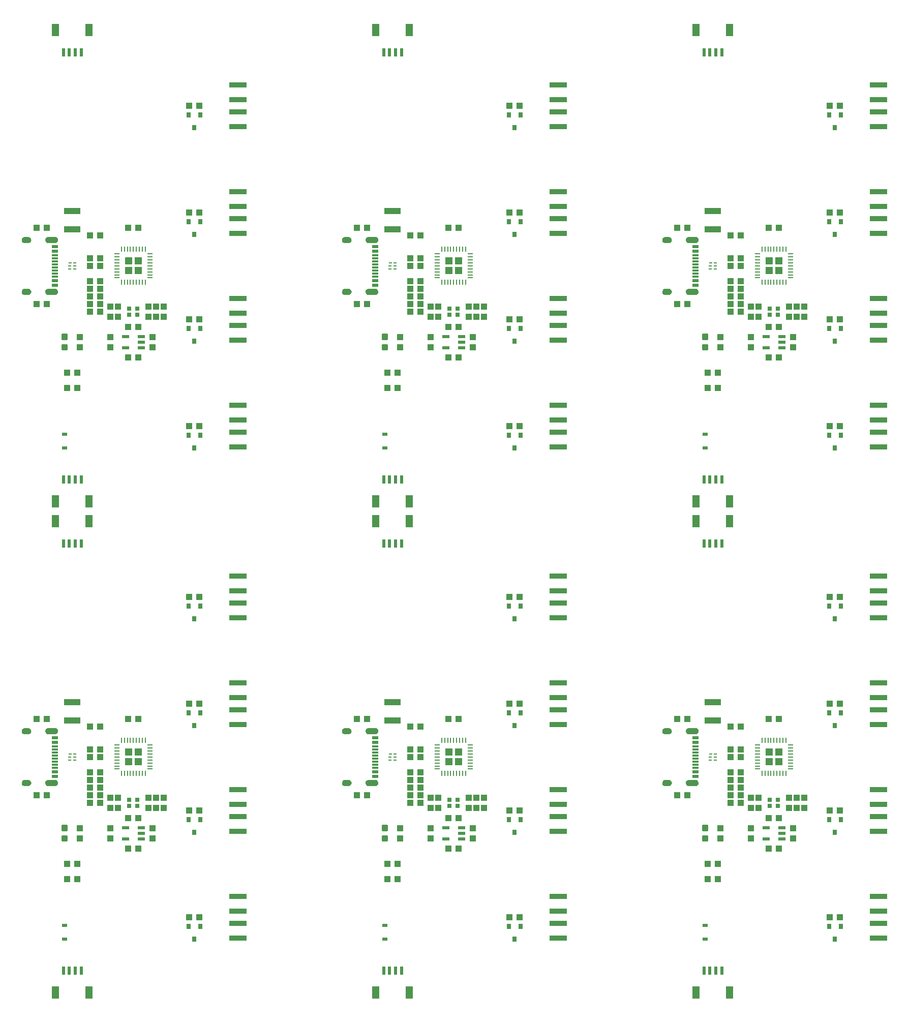
<source format=gtp>
G04 EAGLE Gerber RS-274X export*
G75*
%MOMM*%
%FSLAX34Y34*%
%LPD*%
%INSolderpaste Top*%
%IPPOS*%
%AMOC8*
5,1,8,0,0,1.08239X$1,22.5*%
G01*
%ADD10R,1.200000X2.000000*%
%ADD11R,0.600000X1.350000*%
%ADD12R,1.100000X1.000000*%
%ADD13R,1.000000X1.100000*%
%ADD14C,0.300000*%
%ADD15R,1.200000X0.550000*%
%ADD16R,1.000000X0.300000*%
%ADD17R,1.000000X0.600000*%
%ADD18R,0.610000X0.250000*%
%ADD19R,0.560000X0.250000*%
%ADD20R,0.750000X0.700000*%
%ADD21R,0.900000X0.280000*%
%ADD22R,1.300000X1.300000*%
%ADD23R,0.280000X0.900000*%
%ADD24R,3.000000X0.900000*%
%ADD25R,2.800000X1.000000*%
%ADD26R,0.800000X0.900000*%
%ADD27R,0.830000X0.630000*%

G36*
X593705Y1176034D02*
X593705Y1176034D01*
X593708Y1176031D01*
X594803Y1176211D01*
X594809Y1176217D01*
X594814Y1176214D01*
X595842Y1176633D01*
X595846Y1176640D01*
X595851Y1176638D01*
X596760Y1177276D01*
X596763Y1177283D01*
X596768Y1177283D01*
X597512Y1178106D01*
X597513Y1178114D01*
X597519Y1178115D01*
X598061Y1179083D01*
X598060Y1179092D01*
X598066Y1179094D01*
X598379Y1180158D01*
X598376Y1180166D01*
X598381Y1180169D01*
X598449Y1181277D01*
X598445Y1181284D01*
X598449Y1181287D01*
X598279Y1182395D01*
X598273Y1182401D01*
X598276Y1182406D01*
X597864Y1183448D01*
X597857Y1183452D01*
X597859Y1183457D01*
X597225Y1184382D01*
X597217Y1184384D01*
X597218Y1184390D01*
X596395Y1185150D01*
X596386Y1185151D01*
X596386Y1185157D01*
X595414Y1185714D01*
X595406Y1185713D01*
X595404Y1185719D01*
X594332Y1186046D01*
X594324Y1186043D01*
X594321Y1186048D01*
X593204Y1186129D01*
X593201Y1186128D01*
X593200Y1186129D01*
X581200Y1186129D01*
X581197Y1186127D01*
X581190Y1186127D01*
X581189Y1186128D01*
X580245Y1185909D01*
X580239Y1185903D01*
X580234Y1185905D01*
X579362Y1185482D01*
X579359Y1185474D01*
X579353Y1185476D01*
X578597Y1184869D01*
X578595Y1184861D01*
X578589Y1184861D01*
X577988Y1184101D01*
X577988Y1184092D01*
X577982Y1184091D01*
X577564Y1183216D01*
X577566Y1183208D01*
X577561Y1183206D01*
X577349Y1182260D01*
X577352Y1182253D01*
X577347Y1182249D01*
X577351Y1181280D01*
X577351Y1181279D01*
X577370Y1180211D01*
X577375Y1180204D01*
X577371Y1180200D01*
X577627Y1179163D01*
X577634Y1179158D01*
X577631Y1179152D01*
X578112Y1178198D01*
X578119Y1178195D01*
X578118Y1178189D01*
X578799Y1177366D01*
X578807Y1177364D01*
X578807Y1177358D01*
X579654Y1176707D01*
X579662Y1176707D01*
X579663Y1176701D01*
X580634Y1176254D01*
X580642Y1176256D01*
X580644Y1176251D01*
X581690Y1176032D01*
X581697Y1176035D01*
X581700Y1176031D01*
X593700Y1176031D01*
X593705Y1176034D01*
G37*
G36*
X1127105Y1176034D02*
X1127105Y1176034D01*
X1127108Y1176031D01*
X1128203Y1176211D01*
X1128209Y1176217D01*
X1128214Y1176214D01*
X1129242Y1176633D01*
X1129246Y1176640D01*
X1129251Y1176638D01*
X1130160Y1177276D01*
X1130163Y1177283D01*
X1130168Y1177283D01*
X1130912Y1178106D01*
X1130913Y1178114D01*
X1130919Y1178115D01*
X1131461Y1179083D01*
X1131460Y1179092D01*
X1131466Y1179094D01*
X1131779Y1180158D01*
X1131776Y1180166D01*
X1131781Y1180169D01*
X1131849Y1181277D01*
X1131845Y1181284D01*
X1131849Y1181287D01*
X1131679Y1182395D01*
X1131673Y1182401D01*
X1131676Y1182406D01*
X1131264Y1183448D01*
X1131257Y1183452D01*
X1131259Y1183457D01*
X1130625Y1184382D01*
X1130617Y1184384D01*
X1130618Y1184390D01*
X1129795Y1185150D01*
X1129786Y1185151D01*
X1129786Y1185157D01*
X1128814Y1185714D01*
X1128806Y1185713D01*
X1128804Y1185719D01*
X1127732Y1186046D01*
X1127724Y1186043D01*
X1127721Y1186048D01*
X1126604Y1186129D01*
X1126601Y1186128D01*
X1126600Y1186129D01*
X1114600Y1186129D01*
X1114597Y1186127D01*
X1114590Y1186127D01*
X1114589Y1186128D01*
X1113645Y1185909D01*
X1113639Y1185903D01*
X1113634Y1185905D01*
X1112762Y1185482D01*
X1112759Y1185474D01*
X1112753Y1185476D01*
X1111997Y1184869D01*
X1111995Y1184861D01*
X1111989Y1184861D01*
X1111388Y1184101D01*
X1111388Y1184092D01*
X1111382Y1184091D01*
X1110964Y1183216D01*
X1110966Y1183208D01*
X1110961Y1183206D01*
X1110749Y1182260D01*
X1110752Y1182253D01*
X1110747Y1182249D01*
X1110751Y1181280D01*
X1110751Y1181279D01*
X1110770Y1180211D01*
X1110775Y1180204D01*
X1110771Y1180200D01*
X1111027Y1179163D01*
X1111034Y1179158D01*
X1111031Y1179152D01*
X1111512Y1178198D01*
X1111519Y1178195D01*
X1111518Y1178189D01*
X1112199Y1177366D01*
X1112207Y1177364D01*
X1112207Y1177358D01*
X1113054Y1176707D01*
X1113062Y1176707D01*
X1113063Y1176701D01*
X1114034Y1176254D01*
X1114042Y1176256D01*
X1114044Y1176251D01*
X1115090Y1176032D01*
X1115097Y1176035D01*
X1115100Y1176031D01*
X1127100Y1176031D01*
X1127105Y1176034D01*
G37*
G36*
X60305Y1176034D02*
X60305Y1176034D01*
X60308Y1176031D01*
X61403Y1176211D01*
X61409Y1176217D01*
X61414Y1176214D01*
X62442Y1176633D01*
X62446Y1176640D01*
X62451Y1176638D01*
X63360Y1177276D01*
X63363Y1177283D01*
X63368Y1177283D01*
X64112Y1178106D01*
X64113Y1178114D01*
X64119Y1178115D01*
X64661Y1179083D01*
X64660Y1179092D01*
X64666Y1179094D01*
X64979Y1180158D01*
X64976Y1180166D01*
X64981Y1180169D01*
X65049Y1181277D01*
X65045Y1181284D01*
X65049Y1181287D01*
X64879Y1182395D01*
X64873Y1182401D01*
X64876Y1182406D01*
X64464Y1183448D01*
X64457Y1183452D01*
X64459Y1183457D01*
X63825Y1184382D01*
X63817Y1184384D01*
X63818Y1184390D01*
X62995Y1185150D01*
X62986Y1185151D01*
X62986Y1185157D01*
X62014Y1185714D01*
X62006Y1185713D01*
X62004Y1185719D01*
X60932Y1186046D01*
X60924Y1186043D01*
X60921Y1186048D01*
X59804Y1186129D01*
X59801Y1186128D01*
X59800Y1186129D01*
X47800Y1186129D01*
X47797Y1186127D01*
X47790Y1186127D01*
X47789Y1186128D01*
X46845Y1185909D01*
X46839Y1185903D01*
X46834Y1185905D01*
X45962Y1185482D01*
X45959Y1185474D01*
X45953Y1185476D01*
X45197Y1184869D01*
X45195Y1184861D01*
X45189Y1184861D01*
X44588Y1184101D01*
X44588Y1184092D01*
X44582Y1184091D01*
X44164Y1183216D01*
X44166Y1183208D01*
X44161Y1183206D01*
X43949Y1182260D01*
X43952Y1182253D01*
X43947Y1182249D01*
X43951Y1181280D01*
X43951Y1181279D01*
X43970Y1180211D01*
X43975Y1180204D01*
X43971Y1180200D01*
X44227Y1179163D01*
X44234Y1179158D01*
X44231Y1179152D01*
X44712Y1178198D01*
X44719Y1178195D01*
X44718Y1178189D01*
X45399Y1177366D01*
X45407Y1177364D01*
X45407Y1177358D01*
X46254Y1176707D01*
X46262Y1176707D01*
X46263Y1176701D01*
X47234Y1176254D01*
X47242Y1176256D01*
X47244Y1176251D01*
X48290Y1176032D01*
X48297Y1176035D01*
X48300Y1176031D01*
X60300Y1176031D01*
X60305Y1176034D01*
G37*
G36*
X593705Y358154D02*
X593705Y358154D01*
X593708Y358151D01*
X594803Y358331D01*
X594809Y358337D01*
X594814Y358334D01*
X595842Y358753D01*
X595846Y358760D01*
X595851Y358758D01*
X596760Y359396D01*
X596763Y359403D01*
X596768Y359403D01*
X597512Y360226D01*
X597513Y360234D01*
X597519Y360235D01*
X598061Y361203D01*
X598060Y361212D01*
X598066Y361214D01*
X598379Y362278D01*
X598376Y362286D01*
X598381Y362289D01*
X598449Y363397D01*
X598445Y363404D01*
X598449Y363407D01*
X598279Y364515D01*
X598273Y364521D01*
X598276Y364526D01*
X597864Y365568D01*
X597857Y365572D01*
X597859Y365577D01*
X597225Y366502D01*
X597217Y366504D01*
X597218Y366510D01*
X596395Y367270D01*
X596386Y367271D01*
X596386Y367277D01*
X595414Y367834D01*
X595406Y367833D01*
X595404Y367839D01*
X594332Y368166D01*
X594324Y368163D01*
X594321Y368168D01*
X593204Y368249D01*
X593201Y368248D01*
X593200Y368249D01*
X581200Y368249D01*
X581197Y368247D01*
X581190Y368247D01*
X581189Y368248D01*
X580245Y368029D01*
X580239Y368023D01*
X580234Y368025D01*
X579362Y367602D01*
X579359Y367594D01*
X579353Y367596D01*
X578597Y366989D01*
X578595Y366981D01*
X578589Y366981D01*
X577988Y366221D01*
X577988Y366212D01*
X577982Y366211D01*
X577564Y365336D01*
X577566Y365328D01*
X577561Y365326D01*
X577349Y364380D01*
X577352Y364373D01*
X577347Y364369D01*
X577351Y363400D01*
X577351Y363399D01*
X577370Y362331D01*
X577375Y362324D01*
X577371Y362320D01*
X577627Y361283D01*
X577634Y361278D01*
X577631Y361272D01*
X578112Y360318D01*
X578119Y360315D01*
X578118Y360309D01*
X578799Y359486D01*
X578807Y359484D01*
X578807Y359478D01*
X579654Y358827D01*
X579662Y358827D01*
X579663Y358821D01*
X580634Y358374D01*
X580642Y358376D01*
X580644Y358371D01*
X581690Y358152D01*
X581697Y358155D01*
X581700Y358151D01*
X593700Y358151D01*
X593705Y358154D01*
G37*
G36*
X1127105Y358154D02*
X1127105Y358154D01*
X1127108Y358151D01*
X1128203Y358331D01*
X1128209Y358337D01*
X1128214Y358334D01*
X1129242Y358753D01*
X1129246Y358760D01*
X1129251Y358758D01*
X1130160Y359396D01*
X1130163Y359403D01*
X1130168Y359403D01*
X1130912Y360226D01*
X1130913Y360234D01*
X1130919Y360235D01*
X1131461Y361203D01*
X1131460Y361212D01*
X1131466Y361214D01*
X1131779Y362278D01*
X1131776Y362286D01*
X1131781Y362289D01*
X1131849Y363397D01*
X1131845Y363404D01*
X1131849Y363407D01*
X1131679Y364515D01*
X1131673Y364521D01*
X1131676Y364526D01*
X1131264Y365568D01*
X1131257Y365572D01*
X1131259Y365577D01*
X1130625Y366502D01*
X1130617Y366504D01*
X1130618Y366510D01*
X1129795Y367270D01*
X1129786Y367271D01*
X1129786Y367277D01*
X1128814Y367834D01*
X1128806Y367833D01*
X1128804Y367839D01*
X1127732Y368166D01*
X1127724Y368163D01*
X1127721Y368168D01*
X1126604Y368249D01*
X1126601Y368248D01*
X1126600Y368249D01*
X1114600Y368249D01*
X1114597Y368247D01*
X1114590Y368247D01*
X1114589Y368248D01*
X1113645Y368029D01*
X1113639Y368023D01*
X1113634Y368025D01*
X1112762Y367602D01*
X1112759Y367594D01*
X1112753Y367596D01*
X1111997Y366989D01*
X1111995Y366981D01*
X1111989Y366981D01*
X1111388Y366221D01*
X1111388Y366212D01*
X1111382Y366211D01*
X1110964Y365336D01*
X1110966Y365328D01*
X1110961Y365326D01*
X1110749Y364380D01*
X1110752Y364373D01*
X1110747Y364369D01*
X1110751Y363400D01*
X1110751Y363399D01*
X1110770Y362331D01*
X1110775Y362324D01*
X1110771Y362320D01*
X1111027Y361283D01*
X1111034Y361278D01*
X1111031Y361272D01*
X1111512Y360318D01*
X1111519Y360315D01*
X1111518Y360309D01*
X1112199Y359486D01*
X1112207Y359484D01*
X1112207Y359478D01*
X1113054Y358827D01*
X1113062Y358827D01*
X1113063Y358821D01*
X1114034Y358374D01*
X1114042Y358376D01*
X1114044Y358371D01*
X1115090Y358152D01*
X1115097Y358155D01*
X1115100Y358151D01*
X1127100Y358151D01*
X1127105Y358154D01*
G37*
G36*
X60305Y358154D02*
X60305Y358154D01*
X60308Y358151D01*
X61403Y358331D01*
X61409Y358337D01*
X61414Y358334D01*
X62442Y358753D01*
X62446Y358760D01*
X62451Y358758D01*
X63360Y359396D01*
X63363Y359403D01*
X63368Y359403D01*
X64112Y360226D01*
X64113Y360234D01*
X64119Y360235D01*
X64661Y361203D01*
X64660Y361212D01*
X64666Y361214D01*
X64979Y362278D01*
X64976Y362286D01*
X64981Y362289D01*
X65049Y363397D01*
X65045Y363404D01*
X65049Y363407D01*
X64879Y364515D01*
X64873Y364521D01*
X64876Y364526D01*
X64464Y365568D01*
X64457Y365572D01*
X64459Y365577D01*
X63825Y366502D01*
X63817Y366504D01*
X63818Y366510D01*
X62995Y367270D01*
X62986Y367271D01*
X62986Y367277D01*
X62014Y367834D01*
X62006Y367833D01*
X62004Y367839D01*
X60932Y368166D01*
X60924Y368163D01*
X60921Y368168D01*
X59804Y368249D01*
X59801Y368248D01*
X59800Y368249D01*
X47800Y368249D01*
X47797Y368247D01*
X47790Y368247D01*
X47789Y368248D01*
X46845Y368029D01*
X46839Y368023D01*
X46834Y368025D01*
X45962Y367602D01*
X45959Y367594D01*
X45953Y367596D01*
X45197Y366989D01*
X45195Y366981D01*
X45189Y366981D01*
X44588Y366221D01*
X44588Y366212D01*
X44582Y366211D01*
X44164Y365336D01*
X44166Y365328D01*
X44161Y365326D01*
X43949Y364380D01*
X43952Y364373D01*
X43947Y364369D01*
X43951Y363400D01*
X43951Y363399D01*
X43970Y362331D01*
X43975Y362324D01*
X43971Y362320D01*
X44227Y361283D01*
X44234Y361278D01*
X44231Y361272D01*
X44712Y360318D01*
X44719Y360315D01*
X44718Y360309D01*
X45399Y359486D01*
X45407Y359484D01*
X45407Y359478D01*
X46254Y358827D01*
X46262Y358827D01*
X46263Y358821D01*
X47234Y358374D01*
X47242Y358376D01*
X47244Y358371D01*
X48290Y358152D01*
X48297Y358155D01*
X48300Y358151D01*
X60300Y358151D01*
X60305Y358154D01*
G37*
G36*
X1127105Y444555D02*
X1127105Y444555D01*
X1127108Y444551D01*
X1128214Y444744D01*
X1128219Y444750D01*
X1128224Y444747D01*
X1129259Y445180D01*
X1129263Y445187D01*
X1129268Y445185D01*
X1130181Y445838D01*
X1130183Y445846D01*
X1130189Y445845D01*
X1130933Y446684D01*
X1130934Y446693D01*
X1130939Y446693D01*
X1131478Y447677D01*
X1131477Y447685D01*
X1131478Y447686D01*
X1131482Y447687D01*
X1131595Y448083D01*
X1131749Y448625D01*
X1131789Y448766D01*
X1131787Y448771D01*
X1131789Y448773D01*
X1131787Y448775D01*
X1131791Y448777D01*
X1131849Y449897D01*
X1131846Y449902D01*
X1131849Y449906D01*
X1131731Y450951D01*
X1131725Y450957D01*
X1131729Y450962D01*
X1131381Y451956D01*
X1131374Y451960D01*
X1131376Y451965D01*
X1130816Y452857D01*
X1130809Y452860D01*
X1130809Y452865D01*
X1130065Y453609D01*
X1130057Y453611D01*
X1130057Y453616D01*
X1129165Y454176D01*
X1129157Y454176D01*
X1129156Y454181D01*
X1128162Y454529D01*
X1128154Y454526D01*
X1128151Y454531D01*
X1127106Y454649D01*
X1127102Y454647D01*
X1127100Y454649D01*
X1115100Y454649D01*
X1115097Y454647D01*
X1115094Y454647D01*
X1115092Y454649D01*
X1114096Y454491D01*
X1114090Y454485D01*
X1114085Y454488D01*
X1113149Y454113D01*
X1113145Y454106D01*
X1113139Y454108D01*
X1112310Y453534D01*
X1112307Y453526D01*
X1112302Y453527D01*
X1111621Y452783D01*
X1111620Y452774D01*
X1111614Y452774D01*
X1111116Y451897D01*
X1111117Y451889D01*
X1111112Y451886D01*
X1110983Y451459D01*
X1110821Y450921D01*
X1110822Y450918D01*
X1110821Y450917D01*
X1110824Y450913D01*
X1110819Y450910D01*
X1110751Y449903D01*
X1110752Y449901D01*
X1110751Y449900D01*
X1110760Y448819D01*
X1110765Y448812D01*
X1110761Y448808D01*
X1111011Y447756D01*
X1111017Y447751D01*
X1111014Y447746D01*
X1111491Y446776D01*
X1111499Y446773D01*
X1111497Y446767D01*
X1112178Y445928D01*
X1112186Y445926D01*
X1112186Y445920D01*
X1113037Y445254D01*
X1113045Y445253D01*
X1113046Y445248D01*
X1114023Y444787D01*
X1114031Y444789D01*
X1114034Y444784D01*
X1115089Y444552D01*
X1115097Y444555D01*
X1115100Y444551D01*
X1127100Y444551D01*
X1127105Y444555D01*
G37*
G36*
X60305Y444555D02*
X60305Y444555D01*
X60308Y444551D01*
X61414Y444744D01*
X61419Y444750D01*
X61424Y444747D01*
X62459Y445180D01*
X62463Y445187D01*
X62468Y445185D01*
X63381Y445838D01*
X63383Y445846D01*
X63389Y445845D01*
X64133Y446684D01*
X64134Y446693D01*
X64139Y446693D01*
X64678Y447677D01*
X64677Y447685D01*
X64678Y447686D01*
X64682Y447687D01*
X64795Y448083D01*
X64949Y448625D01*
X64989Y448766D01*
X64987Y448771D01*
X64989Y448773D01*
X64987Y448775D01*
X64991Y448777D01*
X65049Y449897D01*
X65046Y449902D01*
X65049Y449906D01*
X64931Y450951D01*
X64925Y450957D01*
X64929Y450962D01*
X64581Y451956D01*
X64574Y451960D01*
X64576Y451965D01*
X64016Y452857D01*
X64009Y452860D01*
X64009Y452865D01*
X63265Y453609D01*
X63257Y453611D01*
X63257Y453616D01*
X62365Y454176D01*
X62357Y454176D01*
X62356Y454181D01*
X61362Y454529D01*
X61354Y454526D01*
X61351Y454531D01*
X60306Y454649D01*
X60302Y454647D01*
X60300Y454649D01*
X48300Y454649D01*
X48297Y454647D01*
X48294Y454647D01*
X48292Y454649D01*
X47296Y454491D01*
X47290Y454485D01*
X47285Y454488D01*
X46349Y454113D01*
X46345Y454106D01*
X46339Y454108D01*
X45510Y453534D01*
X45507Y453526D01*
X45502Y453527D01*
X44821Y452783D01*
X44820Y452774D01*
X44814Y452774D01*
X44316Y451897D01*
X44317Y451889D01*
X44312Y451886D01*
X44183Y451459D01*
X44021Y450921D01*
X44022Y450918D01*
X44021Y450917D01*
X44024Y450913D01*
X44019Y450910D01*
X43951Y449903D01*
X43952Y449901D01*
X43951Y449900D01*
X43960Y448819D01*
X43965Y448812D01*
X43961Y448808D01*
X44211Y447756D01*
X44217Y447751D01*
X44214Y447746D01*
X44691Y446776D01*
X44699Y446773D01*
X44697Y446767D01*
X45378Y445928D01*
X45386Y445926D01*
X45386Y445920D01*
X46237Y445254D01*
X46245Y445253D01*
X46246Y445248D01*
X47223Y444787D01*
X47231Y444789D01*
X47234Y444784D01*
X48289Y444552D01*
X48297Y444555D01*
X48300Y444551D01*
X60300Y444551D01*
X60305Y444555D01*
G37*
G36*
X593705Y444555D02*
X593705Y444555D01*
X593708Y444551D01*
X594814Y444744D01*
X594819Y444750D01*
X594824Y444747D01*
X595859Y445180D01*
X595863Y445187D01*
X595868Y445185D01*
X596781Y445838D01*
X596783Y445846D01*
X596789Y445845D01*
X597533Y446684D01*
X597534Y446693D01*
X597539Y446693D01*
X598078Y447677D01*
X598077Y447685D01*
X598078Y447686D01*
X598082Y447687D01*
X598195Y448083D01*
X598349Y448625D01*
X598389Y448766D01*
X598387Y448771D01*
X598389Y448773D01*
X598387Y448775D01*
X598391Y448777D01*
X598449Y449897D01*
X598446Y449902D01*
X598449Y449906D01*
X598331Y450951D01*
X598325Y450957D01*
X598329Y450962D01*
X597981Y451956D01*
X597974Y451960D01*
X597976Y451965D01*
X597416Y452857D01*
X597409Y452860D01*
X597409Y452865D01*
X596665Y453609D01*
X596657Y453611D01*
X596657Y453616D01*
X595765Y454176D01*
X595757Y454176D01*
X595756Y454181D01*
X594762Y454529D01*
X594754Y454526D01*
X594751Y454531D01*
X593706Y454649D01*
X593702Y454647D01*
X593700Y454649D01*
X581700Y454649D01*
X581697Y454647D01*
X581694Y454647D01*
X581692Y454649D01*
X580696Y454491D01*
X580690Y454485D01*
X580685Y454488D01*
X579749Y454113D01*
X579745Y454106D01*
X579739Y454108D01*
X578910Y453534D01*
X578907Y453526D01*
X578902Y453527D01*
X578221Y452783D01*
X578220Y452774D01*
X578214Y452774D01*
X577716Y451897D01*
X577717Y451889D01*
X577712Y451886D01*
X577583Y451459D01*
X577421Y450921D01*
X577422Y450918D01*
X577421Y450917D01*
X577424Y450913D01*
X577419Y450910D01*
X577351Y449903D01*
X577352Y449901D01*
X577351Y449900D01*
X577360Y448819D01*
X577365Y448812D01*
X577361Y448808D01*
X577611Y447756D01*
X577617Y447751D01*
X577614Y447746D01*
X578091Y446776D01*
X578099Y446773D01*
X578097Y446767D01*
X578778Y445928D01*
X578786Y445926D01*
X578786Y445920D01*
X579637Y445254D01*
X579645Y445253D01*
X579646Y445248D01*
X580623Y444787D01*
X580631Y444789D01*
X580634Y444784D01*
X581689Y444552D01*
X581697Y444555D01*
X581700Y444551D01*
X593700Y444551D01*
X593705Y444555D01*
G37*
G36*
X593705Y1262435D02*
X593705Y1262435D01*
X593708Y1262431D01*
X594814Y1262624D01*
X594819Y1262629D01*
X594819Y1262630D01*
X594824Y1262627D01*
X595859Y1263060D01*
X595863Y1263067D01*
X595868Y1263065D01*
X596781Y1263718D01*
X596783Y1263726D01*
X596789Y1263725D01*
X597533Y1264564D01*
X597534Y1264573D01*
X597539Y1264573D01*
X598078Y1265557D01*
X598077Y1265565D01*
X598078Y1265566D01*
X598082Y1265567D01*
X598083Y1265569D01*
X598265Y1266210D01*
X598389Y1266646D01*
X598387Y1266651D01*
X598389Y1266653D01*
X598387Y1266655D01*
X598391Y1266657D01*
X598449Y1267777D01*
X598446Y1267782D01*
X598449Y1267786D01*
X598331Y1268831D01*
X598325Y1268837D01*
X598329Y1268842D01*
X597981Y1269836D01*
X597974Y1269840D01*
X597976Y1269845D01*
X597416Y1270737D01*
X597409Y1270740D01*
X597409Y1270745D01*
X596665Y1271489D01*
X596657Y1271491D01*
X596657Y1271496D01*
X595765Y1272056D01*
X595757Y1272056D01*
X595756Y1272061D01*
X594762Y1272409D01*
X594754Y1272406D01*
X594751Y1272411D01*
X593706Y1272529D01*
X593702Y1272527D01*
X593700Y1272529D01*
X581700Y1272529D01*
X581697Y1272527D01*
X581694Y1272527D01*
X581692Y1272529D01*
X580696Y1272371D01*
X580690Y1272365D01*
X580685Y1272368D01*
X579749Y1271993D01*
X579745Y1271986D01*
X579739Y1271988D01*
X578910Y1271414D01*
X578907Y1271406D01*
X578902Y1271407D01*
X578221Y1270663D01*
X578220Y1270654D01*
X578214Y1270654D01*
X577716Y1269777D01*
X577717Y1269769D01*
X577712Y1269766D01*
X577524Y1269142D01*
X577421Y1268801D01*
X577422Y1268798D01*
X577421Y1268797D01*
X577424Y1268793D01*
X577419Y1268790D01*
X577351Y1267783D01*
X577352Y1267781D01*
X577351Y1267780D01*
X577360Y1266699D01*
X577365Y1266692D01*
X577361Y1266688D01*
X577611Y1265636D01*
X577617Y1265631D01*
X577614Y1265626D01*
X578091Y1264656D01*
X578099Y1264653D01*
X578097Y1264647D01*
X578778Y1263808D01*
X578786Y1263806D01*
X578786Y1263800D01*
X579637Y1263134D01*
X579645Y1263133D01*
X579646Y1263128D01*
X580623Y1262667D01*
X580631Y1262669D01*
X580634Y1262664D01*
X581689Y1262432D01*
X581697Y1262435D01*
X581700Y1262431D01*
X593700Y1262431D01*
X593705Y1262435D01*
G37*
G36*
X60305Y1262435D02*
X60305Y1262435D01*
X60308Y1262431D01*
X61414Y1262624D01*
X61419Y1262629D01*
X61419Y1262630D01*
X61424Y1262627D01*
X62459Y1263060D01*
X62463Y1263067D01*
X62468Y1263065D01*
X63381Y1263718D01*
X63383Y1263726D01*
X63389Y1263725D01*
X64133Y1264564D01*
X64134Y1264573D01*
X64139Y1264573D01*
X64678Y1265557D01*
X64677Y1265565D01*
X64678Y1265566D01*
X64682Y1265567D01*
X64683Y1265569D01*
X64865Y1266210D01*
X64989Y1266646D01*
X64987Y1266651D01*
X64989Y1266653D01*
X64987Y1266655D01*
X64991Y1266657D01*
X65049Y1267777D01*
X65046Y1267782D01*
X65049Y1267786D01*
X64931Y1268831D01*
X64925Y1268837D01*
X64929Y1268842D01*
X64581Y1269836D01*
X64574Y1269840D01*
X64576Y1269845D01*
X64016Y1270737D01*
X64009Y1270740D01*
X64009Y1270745D01*
X63265Y1271489D01*
X63257Y1271491D01*
X63257Y1271496D01*
X62365Y1272056D01*
X62357Y1272056D01*
X62356Y1272061D01*
X61362Y1272409D01*
X61354Y1272406D01*
X61351Y1272411D01*
X60306Y1272529D01*
X60302Y1272527D01*
X60300Y1272529D01*
X48300Y1272529D01*
X48297Y1272527D01*
X48294Y1272527D01*
X48292Y1272529D01*
X47296Y1272371D01*
X47290Y1272365D01*
X47285Y1272368D01*
X46349Y1271993D01*
X46345Y1271986D01*
X46339Y1271988D01*
X45510Y1271414D01*
X45507Y1271406D01*
X45502Y1271407D01*
X44821Y1270663D01*
X44820Y1270654D01*
X44814Y1270654D01*
X44316Y1269777D01*
X44317Y1269769D01*
X44312Y1269766D01*
X44124Y1269142D01*
X44021Y1268801D01*
X44022Y1268798D01*
X44021Y1268797D01*
X44024Y1268793D01*
X44019Y1268790D01*
X43951Y1267783D01*
X43952Y1267781D01*
X43951Y1267780D01*
X43960Y1266699D01*
X43965Y1266692D01*
X43961Y1266688D01*
X44211Y1265636D01*
X44217Y1265631D01*
X44214Y1265626D01*
X44691Y1264656D01*
X44699Y1264653D01*
X44697Y1264647D01*
X45378Y1263808D01*
X45386Y1263806D01*
X45386Y1263800D01*
X46237Y1263134D01*
X46245Y1263133D01*
X46246Y1263128D01*
X47223Y1262667D01*
X47231Y1262669D01*
X47234Y1262664D01*
X48289Y1262432D01*
X48297Y1262435D01*
X48300Y1262431D01*
X60300Y1262431D01*
X60305Y1262435D01*
G37*
G36*
X1127105Y1262435D02*
X1127105Y1262435D01*
X1127108Y1262431D01*
X1128214Y1262624D01*
X1128219Y1262629D01*
X1128219Y1262630D01*
X1128224Y1262627D01*
X1129259Y1263060D01*
X1129263Y1263067D01*
X1129268Y1263065D01*
X1130181Y1263718D01*
X1130183Y1263726D01*
X1130189Y1263725D01*
X1130933Y1264564D01*
X1130934Y1264573D01*
X1130939Y1264573D01*
X1131478Y1265557D01*
X1131477Y1265565D01*
X1131478Y1265566D01*
X1131482Y1265567D01*
X1131483Y1265569D01*
X1131665Y1266210D01*
X1131789Y1266646D01*
X1131787Y1266651D01*
X1131789Y1266653D01*
X1131787Y1266655D01*
X1131791Y1266657D01*
X1131849Y1267777D01*
X1131846Y1267782D01*
X1131849Y1267786D01*
X1131731Y1268831D01*
X1131725Y1268837D01*
X1131729Y1268842D01*
X1131381Y1269836D01*
X1131374Y1269840D01*
X1131376Y1269845D01*
X1130816Y1270737D01*
X1130809Y1270740D01*
X1130809Y1270745D01*
X1130065Y1271489D01*
X1130057Y1271491D01*
X1130057Y1271496D01*
X1129165Y1272056D01*
X1129157Y1272056D01*
X1129156Y1272061D01*
X1128162Y1272409D01*
X1128154Y1272406D01*
X1128151Y1272411D01*
X1127106Y1272529D01*
X1127102Y1272527D01*
X1127100Y1272529D01*
X1115100Y1272529D01*
X1115097Y1272527D01*
X1115094Y1272527D01*
X1115092Y1272529D01*
X1114096Y1272371D01*
X1114090Y1272365D01*
X1114085Y1272368D01*
X1113149Y1271993D01*
X1113145Y1271986D01*
X1113139Y1271988D01*
X1112310Y1271414D01*
X1112307Y1271406D01*
X1112302Y1271407D01*
X1111621Y1270663D01*
X1111620Y1270654D01*
X1111614Y1270654D01*
X1111116Y1269777D01*
X1111117Y1269769D01*
X1111112Y1269766D01*
X1110924Y1269142D01*
X1110821Y1268801D01*
X1110822Y1268798D01*
X1110821Y1268797D01*
X1110824Y1268793D01*
X1110819Y1268790D01*
X1110751Y1267783D01*
X1110752Y1267781D01*
X1110751Y1267780D01*
X1110760Y1266699D01*
X1110765Y1266692D01*
X1110761Y1266688D01*
X1111011Y1265636D01*
X1111017Y1265631D01*
X1111014Y1265626D01*
X1111491Y1264656D01*
X1111499Y1264653D01*
X1111497Y1264647D01*
X1112178Y1263808D01*
X1112186Y1263806D01*
X1112186Y1263800D01*
X1113037Y1263134D01*
X1113045Y1263133D01*
X1113046Y1263128D01*
X1114023Y1262667D01*
X1114031Y1262669D01*
X1114034Y1262664D01*
X1115089Y1262432D01*
X1115097Y1262435D01*
X1115100Y1262431D01*
X1127100Y1262431D01*
X1127105Y1262435D01*
G37*
G36*
X1082304Y1176034D02*
X1082304Y1176034D01*
X1082306Y1176031D01*
X1083439Y1176181D01*
X1083445Y1176187D01*
X1083450Y1176184D01*
X1084520Y1176582D01*
X1084524Y1176589D01*
X1084530Y1176587D01*
X1085485Y1177214D01*
X1085488Y1177222D01*
X1085493Y1177221D01*
X1086285Y1178044D01*
X1086286Y1178052D01*
X1086292Y1178053D01*
X1086881Y1179032D01*
X1086880Y1179040D01*
X1086885Y1179042D01*
X1087241Y1180127D01*
X1087239Y1180135D01*
X1087243Y1180138D01*
X1087349Y1181275D01*
X1087344Y1181284D01*
X1087348Y1181289D01*
X1087141Y1182426D01*
X1087135Y1182432D01*
X1087138Y1182437D01*
X1086683Y1183499D01*
X1086676Y1183503D01*
X1086678Y1183509D01*
X1085998Y1184444D01*
X1085990Y1184446D01*
X1085991Y1184452D01*
X1085120Y1185212D01*
X1085112Y1185212D01*
X1085111Y1185218D01*
X1084092Y1185765D01*
X1084084Y1185764D01*
X1084082Y1185769D01*
X1082968Y1186076D01*
X1082960Y1186073D01*
X1082957Y1186078D01*
X1081802Y1186129D01*
X1081801Y1186128D01*
X1081800Y1186129D01*
X1075800Y1186129D01*
X1075797Y1186127D01*
X1075792Y1186127D01*
X1075791Y1186128D01*
X1074710Y1185916D01*
X1074705Y1185910D01*
X1074700Y1185913D01*
X1073694Y1185466D01*
X1073690Y1185459D01*
X1073684Y1185461D01*
X1072803Y1184801D01*
X1072800Y1184793D01*
X1072795Y1184793D01*
X1072082Y1183954D01*
X1072082Y1183946D01*
X1072076Y1183945D01*
X1071568Y1182968D01*
X1071569Y1182960D01*
X1071564Y1182958D01*
X1071286Y1181893D01*
X1071289Y1181885D01*
X1071285Y1181882D01*
X1071251Y1180782D01*
X1071255Y1180776D01*
X1071251Y1180773D01*
X1071406Y1179698D01*
X1071412Y1179692D01*
X1071409Y1179687D01*
X1071799Y1178673D01*
X1071806Y1178669D01*
X1071805Y1178663D01*
X1072411Y1177761D01*
X1072419Y1177759D01*
X1072418Y1177753D01*
X1073210Y1177009D01*
X1073218Y1177008D01*
X1073218Y1177002D01*
X1074156Y1176453D01*
X1074164Y1176454D01*
X1074166Y1176448D01*
X1075202Y1176121D01*
X1075210Y1176124D01*
X1075213Y1176119D01*
X1076296Y1176031D01*
X1076299Y1176033D01*
X1076300Y1176031D01*
X1082300Y1176031D01*
X1082304Y1176034D01*
G37*
G36*
X548904Y1176034D02*
X548904Y1176034D01*
X548906Y1176031D01*
X550039Y1176181D01*
X550045Y1176187D01*
X550050Y1176184D01*
X551120Y1176582D01*
X551124Y1176589D01*
X551130Y1176587D01*
X552085Y1177214D01*
X552088Y1177222D01*
X552093Y1177221D01*
X552885Y1178044D01*
X552886Y1178052D01*
X552892Y1178053D01*
X553481Y1179032D01*
X553480Y1179040D01*
X553485Y1179042D01*
X553841Y1180127D01*
X553839Y1180135D01*
X553843Y1180138D01*
X553949Y1181275D01*
X553944Y1181284D01*
X553948Y1181289D01*
X553741Y1182426D01*
X553735Y1182432D01*
X553738Y1182437D01*
X553283Y1183499D01*
X553276Y1183503D01*
X553278Y1183509D01*
X552598Y1184444D01*
X552590Y1184446D01*
X552591Y1184452D01*
X551720Y1185212D01*
X551712Y1185212D01*
X551711Y1185218D01*
X550692Y1185765D01*
X550684Y1185764D01*
X550682Y1185769D01*
X549568Y1186076D01*
X549560Y1186073D01*
X549557Y1186078D01*
X548402Y1186129D01*
X548401Y1186128D01*
X548400Y1186129D01*
X542400Y1186129D01*
X542397Y1186127D01*
X542392Y1186127D01*
X542391Y1186128D01*
X541310Y1185916D01*
X541305Y1185910D01*
X541300Y1185913D01*
X540294Y1185466D01*
X540290Y1185459D01*
X540284Y1185461D01*
X539403Y1184801D01*
X539400Y1184793D01*
X539395Y1184793D01*
X538682Y1183954D01*
X538682Y1183946D01*
X538676Y1183945D01*
X538168Y1182968D01*
X538169Y1182960D01*
X538164Y1182958D01*
X537886Y1181893D01*
X537889Y1181885D01*
X537885Y1181882D01*
X537851Y1180782D01*
X537855Y1180776D01*
X537851Y1180773D01*
X538006Y1179698D01*
X538012Y1179692D01*
X538009Y1179687D01*
X538399Y1178673D01*
X538406Y1178669D01*
X538405Y1178663D01*
X539011Y1177761D01*
X539019Y1177759D01*
X539018Y1177753D01*
X539810Y1177009D01*
X539818Y1177008D01*
X539818Y1177002D01*
X540756Y1176453D01*
X540764Y1176454D01*
X540766Y1176448D01*
X541802Y1176121D01*
X541810Y1176124D01*
X541813Y1176119D01*
X542896Y1176031D01*
X542899Y1176033D01*
X542900Y1176031D01*
X548900Y1176031D01*
X548904Y1176034D01*
G37*
G36*
X15504Y1176034D02*
X15504Y1176034D01*
X15506Y1176031D01*
X16639Y1176181D01*
X16645Y1176187D01*
X16650Y1176184D01*
X17720Y1176582D01*
X17724Y1176589D01*
X17730Y1176587D01*
X18685Y1177214D01*
X18688Y1177222D01*
X18693Y1177221D01*
X19485Y1178044D01*
X19486Y1178052D01*
X19492Y1178053D01*
X20081Y1179032D01*
X20080Y1179040D01*
X20085Y1179042D01*
X20441Y1180127D01*
X20439Y1180135D01*
X20443Y1180138D01*
X20549Y1181275D01*
X20544Y1181284D01*
X20548Y1181289D01*
X20341Y1182426D01*
X20335Y1182432D01*
X20338Y1182437D01*
X19883Y1183499D01*
X19876Y1183503D01*
X19878Y1183509D01*
X19198Y1184444D01*
X19190Y1184446D01*
X19191Y1184452D01*
X18320Y1185212D01*
X18312Y1185212D01*
X18311Y1185218D01*
X17292Y1185765D01*
X17284Y1185764D01*
X17282Y1185769D01*
X16168Y1186076D01*
X16160Y1186073D01*
X16157Y1186078D01*
X15002Y1186129D01*
X15001Y1186128D01*
X15000Y1186129D01*
X9000Y1186129D01*
X8997Y1186127D01*
X8992Y1186127D01*
X8991Y1186128D01*
X7910Y1185916D01*
X7905Y1185910D01*
X7900Y1185913D01*
X6894Y1185466D01*
X6890Y1185459D01*
X6884Y1185461D01*
X6003Y1184801D01*
X6000Y1184793D01*
X5995Y1184793D01*
X5282Y1183954D01*
X5282Y1183946D01*
X5276Y1183945D01*
X4768Y1182968D01*
X4769Y1182960D01*
X4764Y1182958D01*
X4486Y1181893D01*
X4489Y1181885D01*
X4485Y1181882D01*
X4451Y1180782D01*
X4455Y1180776D01*
X4451Y1180773D01*
X4606Y1179698D01*
X4612Y1179692D01*
X4609Y1179687D01*
X4999Y1178673D01*
X5006Y1178669D01*
X5005Y1178663D01*
X5611Y1177761D01*
X5619Y1177759D01*
X5618Y1177753D01*
X6410Y1177009D01*
X6418Y1177008D01*
X6418Y1177002D01*
X7356Y1176453D01*
X7364Y1176454D01*
X7366Y1176448D01*
X8402Y1176121D01*
X8410Y1176124D01*
X8413Y1176119D01*
X9496Y1176031D01*
X9499Y1176033D01*
X9500Y1176031D01*
X15500Y1176031D01*
X15504Y1176034D01*
G37*
G36*
X548904Y358154D02*
X548904Y358154D01*
X548906Y358151D01*
X550039Y358301D01*
X550045Y358307D01*
X550050Y358304D01*
X551120Y358702D01*
X551124Y358709D01*
X551130Y358707D01*
X552085Y359334D01*
X552088Y359342D01*
X552093Y359341D01*
X552885Y360164D01*
X552886Y360172D01*
X552892Y360173D01*
X553481Y361152D01*
X553480Y361160D01*
X553485Y361162D01*
X553841Y362247D01*
X553839Y362255D01*
X553843Y362258D01*
X553949Y363395D01*
X553944Y363404D01*
X553948Y363409D01*
X553741Y364546D01*
X553735Y364552D01*
X553738Y364557D01*
X553283Y365619D01*
X553276Y365623D01*
X553278Y365629D01*
X552598Y366564D01*
X552590Y366566D01*
X552591Y366572D01*
X551720Y367332D01*
X551712Y367332D01*
X551711Y367338D01*
X550692Y367885D01*
X550684Y367884D01*
X550682Y367889D01*
X549568Y368196D01*
X549560Y368193D01*
X549557Y368198D01*
X548402Y368249D01*
X548401Y368248D01*
X548400Y368249D01*
X542400Y368249D01*
X542397Y368247D01*
X542392Y368247D01*
X542391Y368248D01*
X541310Y368036D01*
X541305Y368030D01*
X541300Y368033D01*
X540294Y367586D01*
X540290Y367579D01*
X540284Y367581D01*
X539403Y366921D01*
X539400Y366913D01*
X539395Y366913D01*
X538682Y366074D01*
X538682Y366066D01*
X538676Y366065D01*
X538168Y365088D01*
X538169Y365080D01*
X538164Y365078D01*
X537886Y364013D01*
X537889Y364005D01*
X537885Y364002D01*
X537851Y362902D01*
X537855Y362896D01*
X537851Y362893D01*
X538006Y361818D01*
X538012Y361812D01*
X538009Y361807D01*
X538399Y360793D01*
X538406Y360789D01*
X538405Y360783D01*
X539011Y359881D01*
X539019Y359879D01*
X539018Y359873D01*
X539810Y359129D01*
X539818Y359128D01*
X539818Y359122D01*
X540756Y358573D01*
X540764Y358574D01*
X540766Y358568D01*
X541802Y358241D01*
X541810Y358244D01*
X541813Y358239D01*
X542896Y358151D01*
X542899Y358153D01*
X542900Y358151D01*
X548900Y358151D01*
X548904Y358154D01*
G37*
G36*
X1082304Y358154D02*
X1082304Y358154D01*
X1082306Y358151D01*
X1083439Y358301D01*
X1083445Y358307D01*
X1083450Y358304D01*
X1084520Y358702D01*
X1084524Y358709D01*
X1084530Y358707D01*
X1085485Y359334D01*
X1085488Y359342D01*
X1085493Y359341D01*
X1086285Y360164D01*
X1086286Y360172D01*
X1086292Y360173D01*
X1086881Y361152D01*
X1086880Y361160D01*
X1086885Y361162D01*
X1087241Y362247D01*
X1087239Y362255D01*
X1087243Y362258D01*
X1087349Y363395D01*
X1087344Y363404D01*
X1087348Y363409D01*
X1087141Y364546D01*
X1087135Y364552D01*
X1087138Y364557D01*
X1086683Y365619D01*
X1086676Y365623D01*
X1086678Y365629D01*
X1085998Y366564D01*
X1085990Y366566D01*
X1085991Y366572D01*
X1085120Y367332D01*
X1085112Y367332D01*
X1085111Y367338D01*
X1084092Y367885D01*
X1084084Y367884D01*
X1084082Y367889D01*
X1082968Y368196D01*
X1082960Y368193D01*
X1082957Y368198D01*
X1081802Y368249D01*
X1081801Y368248D01*
X1081800Y368249D01*
X1075800Y368249D01*
X1075797Y368247D01*
X1075792Y368247D01*
X1075791Y368248D01*
X1074710Y368036D01*
X1074705Y368030D01*
X1074700Y368033D01*
X1073694Y367586D01*
X1073690Y367579D01*
X1073684Y367581D01*
X1072803Y366921D01*
X1072800Y366913D01*
X1072795Y366913D01*
X1072082Y366074D01*
X1072082Y366066D01*
X1072076Y366065D01*
X1071568Y365088D01*
X1071569Y365080D01*
X1071564Y365078D01*
X1071286Y364013D01*
X1071289Y364005D01*
X1071285Y364002D01*
X1071251Y362902D01*
X1071255Y362896D01*
X1071251Y362893D01*
X1071406Y361818D01*
X1071412Y361812D01*
X1071409Y361807D01*
X1071799Y360793D01*
X1071806Y360789D01*
X1071805Y360783D01*
X1072411Y359881D01*
X1072419Y359879D01*
X1072418Y359873D01*
X1073210Y359129D01*
X1073218Y359128D01*
X1073218Y359122D01*
X1074156Y358573D01*
X1074164Y358574D01*
X1074166Y358568D01*
X1075202Y358241D01*
X1075210Y358244D01*
X1075213Y358239D01*
X1076296Y358151D01*
X1076299Y358153D01*
X1076300Y358151D01*
X1082300Y358151D01*
X1082304Y358154D01*
G37*
G36*
X15504Y358154D02*
X15504Y358154D01*
X15506Y358151D01*
X16639Y358301D01*
X16645Y358307D01*
X16650Y358304D01*
X17720Y358702D01*
X17724Y358709D01*
X17730Y358707D01*
X18685Y359334D01*
X18688Y359342D01*
X18693Y359341D01*
X19485Y360164D01*
X19486Y360172D01*
X19492Y360173D01*
X20081Y361152D01*
X20080Y361160D01*
X20085Y361162D01*
X20441Y362247D01*
X20439Y362255D01*
X20443Y362258D01*
X20549Y363395D01*
X20544Y363404D01*
X20548Y363409D01*
X20341Y364546D01*
X20335Y364552D01*
X20338Y364557D01*
X19883Y365619D01*
X19876Y365623D01*
X19878Y365629D01*
X19198Y366564D01*
X19190Y366566D01*
X19191Y366572D01*
X18320Y367332D01*
X18312Y367332D01*
X18311Y367338D01*
X17292Y367885D01*
X17284Y367884D01*
X17282Y367889D01*
X16168Y368196D01*
X16160Y368193D01*
X16157Y368198D01*
X15002Y368249D01*
X15001Y368248D01*
X15000Y368249D01*
X9000Y368249D01*
X8997Y368247D01*
X8992Y368247D01*
X8991Y368248D01*
X7910Y368036D01*
X7905Y368030D01*
X7900Y368033D01*
X6894Y367586D01*
X6890Y367579D01*
X6884Y367581D01*
X6003Y366921D01*
X6000Y366913D01*
X5995Y366913D01*
X5282Y366074D01*
X5282Y366066D01*
X5276Y366065D01*
X4768Y365088D01*
X4769Y365080D01*
X4764Y365078D01*
X4486Y364013D01*
X4489Y364005D01*
X4485Y364002D01*
X4451Y362902D01*
X4455Y362896D01*
X4451Y362893D01*
X4606Y361818D01*
X4612Y361812D01*
X4609Y361807D01*
X4999Y360793D01*
X5006Y360789D01*
X5005Y360783D01*
X5611Y359881D01*
X5619Y359879D01*
X5618Y359873D01*
X6410Y359129D01*
X6418Y359128D01*
X6418Y359122D01*
X7356Y358573D01*
X7364Y358574D01*
X7366Y358568D01*
X8402Y358241D01*
X8410Y358244D01*
X8413Y358239D01*
X9496Y358151D01*
X9499Y358153D01*
X9500Y358151D01*
X15500Y358151D01*
X15504Y358154D01*
G37*
G36*
X548903Y1262433D02*
X548903Y1262433D01*
X548905Y1262431D01*
X549997Y1262532D01*
X550003Y1262537D01*
X550008Y1262534D01*
X551051Y1262875D01*
X551056Y1262882D01*
X551061Y1262880D01*
X552002Y1263444D01*
X552005Y1263452D01*
X552011Y1263451D01*
X552803Y1264211D01*
X552804Y1264219D01*
X552810Y1264220D01*
X553413Y1265137D01*
X553412Y1265145D01*
X553418Y1265147D01*
X553801Y1266175D01*
X553799Y1266183D01*
X553804Y1266186D01*
X553949Y1267274D01*
X553945Y1267281D01*
X553949Y1267285D01*
X553843Y1268422D01*
X553838Y1268428D01*
X553841Y1268433D01*
X553485Y1269518D01*
X553478Y1269523D01*
X553481Y1269528D01*
X552892Y1270507D01*
X552884Y1270510D01*
X552885Y1270516D01*
X552093Y1271339D01*
X552085Y1271340D01*
X552085Y1271346D01*
X551130Y1271973D01*
X551122Y1271972D01*
X551120Y1271978D01*
X550050Y1272376D01*
X550042Y1272374D01*
X550039Y1272379D01*
X548906Y1272529D01*
X548903Y1272527D01*
X548902Y1272527D01*
X548900Y1272529D01*
X542900Y1272529D01*
X542897Y1272527D01*
X542895Y1272527D01*
X542894Y1272529D01*
X541761Y1272379D01*
X541755Y1272373D01*
X541750Y1272376D01*
X540680Y1271978D01*
X540676Y1271971D01*
X540670Y1271973D01*
X539715Y1271346D01*
X539712Y1271338D01*
X539707Y1271339D01*
X538915Y1270516D01*
X538914Y1270508D01*
X538908Y1270507D01*
X538319Y1269528D01*
X538320Y1269520D01*
X538315Y1269518D01*
X537959Y1268433D01*
X537962Y1268425D01*
X537957Y1268422D01*
X537851Y1267285D01*
X537855Y1267278D01*
X537851Y1267274D01*
X537996Y1266186D01*
X538002Y1266180D01*
X537999Y1266175D01*
X538383Y1265147D01*
X538389Y1265142D01*
X538388Y1265137D01*
X538990Y1264220D01*
X538998Y1264217D01*
X538997Y1264211D01*
X539789Y1263451D01*
X539797Y1263450D01*
X539798Y1263444D01*
X540739Y1262880D01*
X540747Y1262881D01*
X540749Y1262875D01*
X541792Y1262534D01*
X541800Y1262536D01*
X541803Y1262532D01*
X542896Y1262431D01*
X542898Y1262433D01*
X542900Y1262431D01*
X548900Y1262431D01*
X548903Y1262433D01*
G37*
G36*
X1082303Y1262433D02*
X1082303Y1262433D01*
X1082305Y1262431D01*
X1083397Y1262532D01*
X1083403Y1262537D01*
X1083408Y1262534D01*
X1084451Y1262875D01*
X1084456Y1262882D01*
X1084461Y1262880D01*
X1085402Y1263444D01*
X1085405Y1263452D01*
X1085411Y1263451D01*
X1086203Y1264211D01*
X1086204Y1264219D01*
X1086210Y1264220D01*
X1086813Y1265137D01*
X1086812Y1265145D01*
X1086818Y1265147D01*
X1087201Y1266175D01*
X1087199Y1266183D01*
X1087204Y1266186D01*
X1087349Y1267274D01*
X1087345Y1267281D01*
X1087349Y1267285D01*
X1087243Y1268422D01*
X1087238Y1268428D01*
X1087241Y1268433D01*
X1086885Y1269518D01*
X1086878Y1269523D01*
X1086881Y1269528D01*
X1086292Y1270507D01*
X1086284Y1270510D01*
X1086285Y1270516D01*
X1085493Y1271339D01*
X1085485Y1271340D01*
X1085485Y1271346D01*
X1084530Y1271973D01*
X1084522Y1271972D01*
X1084520Y1271978D01*
X1083450Y1272376D01*
X1083442Y1272374D01*
X1083439Y1272379D01*
X1082306Y1272529D01*
X1082303Y1272527D01*
X1082302Y1272527D01*
X1082300Y1272529D01*
X1076300Y1272529D01*
X1076297Y1272527D01*
X1076295Y1272527D01*
X1076294Y1272529D01*
X1075161Y1272379D01*
X1075155Y1272373D01*
X1075150Y1272376D01*
X1074080Y1271978D01*
X1074076Y1271971D01*
X1074070Y1271973D01*
X1073115Y1271346D01*
X1073112Y1271338D01*
X1073107Y1271339D01*
X1072315Y1270516D01*
X1072314Y1270508D01*
X1072308Y1270507D01*
X1071719Y1269528D01*
X1071720Y1269520D01*
X1071715Y1269518D01*
X1071359Y1268433D01*
X1071362Y1268425D01*
X1071357Y1268422D01*
X1071251Y1267285D01*
X1071255Y1267278D01*
X1071251Y1267274D01*
X1071396Y1266186D01*
X1071402Y1266180D01*
X1071399Y1266175D01*
X1071783Y1265147D01*
X1071789Y1265142D01*
X1071788Y1265137D01*
X1072390Y1264220D01*
X1072398Y1264217D01*
X1072397Y1264211D01*
X1073189Y1263451D01*
X1073197Y1263450D01*
X1073198Y1263444D01*
X1074139Y1262880D01*
X1074147Y1262881D01*
X1074149Y1262875D01*
X1075192Y1262534D01*
X1075200Y1262536D01*
X1075203Y1262532D01*
X1076296Y1262431D01*
X1076298Y1262433D01*
X1076300Y1262431D01*
X1082300Y1262431D01*
X1082303Y1262433D01*
G37*
G36*
X15503Y1262433D02*
X15503Y1262433D01*
X15505Y1262431D01*
X16597Y1262532D01*
X16603Y1262537D01*
X16608Y1262534D01*
X17651Y1262875D01*
X17656Y1262882D01*
X17661Y1262880D01*
X18602Y1263444D01*
X18605Y1263452D01*
X18611Y1263451D01*
X19403Y1264211D01*
X19404Y1264219D01*
X19410Y1264220D01*
X20013Y1265137D01*
X20012Y1265145D01*
X20018Y1265147D01*
X20401Y1266175D01*
X20399Y1266183D01*
X20404Y1266186D01*
X20549Y1267274D01*
X20545Y1267281D01*
X20549Y1267285D01*
X20443Y1268422D01*
X20438Y1268428D01*
X20441Y1268433D01*
X20085Y1269518D01*
X20078Y1269523D01*
X20081Y1269528D01*
X19492Y1270507D01*
X19484Y1270510D01*
X19485Y1270516D01*
X18693Y1271339D01*
X18685Y1271340D01*
X18685Y1271346D01*
X17730Y1271973D01*
X17722Y1271972D01*
X17720Y1271978D01*
X16650Y1272376D01*
X16642Y1272374D01*
X16639Y1272379D01*
X15506Y1272529D01*
X15503Y1272527D01*
X15502Y1272527D01*
X15500Y1272529D01*
X9500Y1272529D01*
X9497Y1272527D01*
X9495Y1272527D01*
X9494Y1272529D01*
X8361Y1272379D01*
X8355Y1272373D01*
X8350Y1272376D01*
X7280Y1271978D01*
X7276Y1271971D01*
X7270Y1271973D01*
X6315Y1271346D01*
X6312Y1271338D01*
X6307Y1271339D01*
X5515Y1270516D01*
X5514Y1270508D01*
X5508Y1270507D01*
X4919Y1269528D01*
X4920Y1269520D01*
X4915Y1269518D01*
X4559Y1268433D01*
X4562Y1268425D01*
X4557Y1268422D01*
X4451Y1267285D01*
X4455Y1267278D01*
X4451Y1267274D01*
X4596Y1266186D01*
X4602Y1266180D01*
X4599Y1266175D01*
X4983Y1265147D01*
X4989Y1265142D01*
X4988Y1265137D01*
X5590Y1264220D01*
X5598Y1264217D01*
X5597Y1264211D01*
X6389Y1263451D01*
X6397Y1263450D01*
X6398Y1263444D01*
X7339Y1262880D01*
X7347Y1262881D01*
X7349Y1262875D01*
X8392Y1262534D01*
X8400Y1262536D01*
X8403Y1262532D01*
X9496Y1262431D01*
X9498Y1262433D01*
X9500Y1262431D01*
X15500Y1262431D01*
X15503Y1262433D01*
G37*
G36*
X15503Y444553D02*
X15503Y444553D01*
X15505Y444551D01*
X16597Y444652D01*
X16603Y444657D01*
X16608Y444654D01*
X17651Y444995D01*
X17656Y445002D01*
X17661Y445000D01*
X18602Y445564D01*
X18605Y445572D01*
X18611Y445571D01*
X19403Y446331D01*
X19404Y446339D01*
X19410Y446340D01*
X20013Y447257D01*
X20012Y447265D01*
X20018Y447267D01*
X20401Y448295D01*
X20399Y448303D01*
X20404Y448306D01*
X20549Y449394D01*
X20545Y449401D01*
X20549Y449405D01*
X20443Y450542D01*
X20438Y450548D01*
X20441Y450553D01*
X20085Y451638D01*
X20078Y451643D01*
X20081Y451648D01*
X19492Y452627D01*
X19484Y452630D01*
X19485Y452636D01*
X18693Y453459D01*
X18685Y453460D01*
X18685Y453466D01*
X17730Y454093D01*
X17722Y454092D01*
X17720Y454098D01*
X16650Y454496D01*
X16642Y454494D01*
X16639Y454499D01*
X15506Y454649D01*
X15503Y454647D01*
X15502Y454647D01*
X15500Y454649D01*
X9500Y454649D01*
X9497Y454647D01*
X9495Y454647D01*
X9494Y454649D01*
X8361Y454499D01*
X8355Y454493D01*
X8350Y454496D01*
X7280Y454098D01*
X7276Y454091D01*
X7270Y454093D01*
X6315Y453466D01*
X6312Y453458D01*
X6307Y453459D01*
X5515Y452636D01*
X5514Y452628D01*
X5508Y452627D01*
X4919Y451648D01*
X4920Y451640D01*
X4915Y451638D01*
X4559Y450553D01*
X4562Y450545D01*
X4557Y450542D01*
X4451Y449405D01*
X4455Y449398D01*
X4451Y449394D01*
X4596Y448306D01*
X4602Y448300D01*
X4599Y448295D01*
X4983Y447267D01*
X4989Y447262D01*
X4988Y447257D01*
X5590Y446340D01*
X5598Y446337D01*
X5597Y446331D01*
X6389Y445571D01*
X6397Y445570D01*
X6398Y445564D01*
X7339Y445000D01*
X7347Y445001D01*
X7349Y444995D01*
X8392Y444654D01*
X8400Y444656D01*
X8403Y444652D01*
X9496Y444551D01*
X9498Y444553D01*
X9500Y444551D01*
X15500Y444551D01*
X15503Y444553D01*
G37*
G36*
X1082303Y444553D02*
X1082303Y444553D01*
X1082305Y444551D01*
X1083397Y444652D01*
X1083403Y444657D01*
X1083408Y444654D01*
X1084451Y444995D01*
X1084456Y445002D01*
X1084461Y445000D01*
X1085402Y445564D01*
X1085405Y445572D01*
X1085411Y445571D01*
X1086203Y446331D01*
X1086204Y446339D01*
X1086210Y446340D01*
X1086813Y447257D01*
X1086812Y447265D01*
X1086818Y447267D01*
X1087201Y448295D01*
X1087199Y448303D01*
X1087204Y448306D01*
X1087349Y449394D01*
X1087345Y449401D01*
X1087349Y449405D01*
X1087243Y450542D01*
X1087238Y450548D01*
X1087241Y450553D01*
X1086885Y451638D01*
X1086878Y451643D01*
X1086881Y451648D01*
X1086292Y452627D01*
X1086284Y452630D01*
X1086285Y452636D01*
X1085493Y453459D01*
X1085485Y453460D01*
X1085485Y453466D01*
X1084530Y454093D01*
X1084522Y454092D01*
X1084520Y454098D01*
X1083450Y454496D01*
X1083442Y454494D01*
X1083439Y454499D01*
X1082306Y454649D01*
X1082303Y454647D01*
X1082302Y454647D01*
X1082300Y454649D01*
X1076300Y454649D01*
X1076297Y454647D01*
X1076295Y454647D01*
X1076294Y454649D01*
X1075161Y454499D01*
X1075155Y454493D01*
X1075150Y454496D01*
X1074080Y454098D01*
X1074076Y454091D01*
X1074070Y454093D01*
X1073115Y453466D01*
X1073112Y453458D01*
X1073107Y453459D01*
X1072315Y452636D01*
X1072314Y452628D01*
X1072308Y452627D01*
X1071719Y451648D01*
X1071720Y451640D01*
X1071715Y451638D01*
X1071359Y450553D01*
X1071362Y450545D01*
X1071357Y450542D01*
X1071251Y449405D01*
X1071255Y449398D01*
X1071251Y449394D01*
X1071396Y448306D01*
X1071402Y448300D01*
X1071399Y448295D01*
X1071783Y447267D01*
X1071789Y447262D01*
X1071788Y447257D01*
X1072390Y446340D01*
X1072398Y446337D01*
X1072397Y446331D01*
X1073189Y445571D01*
X1073197Y445570D01*
X1073198Y445564D01*
X1074139Y445000D01*
X1074147Y445001D01*
X1074149Y444995D01*
X1075192Y444654D01*
X1075200Y444656D01*
X1075203Y444652D01*
X1076296Y444551D01*
X1076298Y444553D01*
X1076300Y444551D01*
X1082300Y444551D01*
X1082303Y444553D01*
G37*
G36*
X548903Y444553D02*
X548903Y444553D01*
X548905Y444551D01*
X549997Y444652D01*
X550003Y444657D01*
X550008Y444654D01*
X551051Y444995D01*
X551056Y445002D01*
X551061Y445000D01*
X552002Y445564D01*
X552005Y445572D01*
X552011Y445571D01*
X552803Y446331D01*
X552804Y446339D01*
X552810Y446340D01*
X553413Y447257D01*
X553412Y447265D01*
X553418Y447267D01*
X553801Y448295D01*
X553799Y448303D01*
X553804Y448306D01*
X553949Y449394D01*
X553945Y449401D01*
X553949Y449405D01*
X553843Y450542D01*
X553838Y450548D01*
X553841Y450553D01*
X553485Y451638D01*
X553478Y451643D01*
X553481Y451648D01*
X552892Y452627D01*
X552884Y452630D01*
X552885Y452636D01*
X552093Y453459D01*
X552085Y453460D01*
X552085Y453466D01*
X551130Y454093D01*
X551122Y454092D01*
X551120Y454098D01*
X550050Y454496D01*
X550042Y454494D01*
X550039Y454499D01*
X548906Y454649D01*
X548903Y454647D01*
X548902Y454647D01*
X548900Y454649D01*
X542900Y454649D01*
X542897Y454647D01*
X542895Y454647D01*
X542894Y454649D01*
X541761Y454499D01*
X541755Y454493D01*
X541750Y454496D01*
X540680Y454098D01*
X540676Y454091D01*
X540670Y454093D01*
X539715Y453466D01*
X539712Y453458D01*
X539707Y453459D01*
X538915Y452636D01*
X538914Y452628D01*
X538908Y452627D01*
X538319Y451648D01*
X538320Y451640D01*
X538315Y451638D01*
X537959Y450553D01*
X537962Y450545D01*
X537957Y450542D01*
X537851Y449405D01*
X537855Y449398D01*
X537851Y449394D01*
X537996Y448306D01*
X538002Y448300D01*
X537999Y448295D01*
X538383Y447267D01*
X538389Y447262D01*
X538388Y447257D01*
X538990Y446340D01*
X538998Y446337D01*
X538997Y446331D01*
X539789Y445571D01*
X539797Y445570D01*
X539798Y445564D01*
X540739Y445000D01*
X540747Y445001D01*
X540749Y444995D01*
X541792Y444654D01*
X541800Y444656D01*
X541803Y444652D01*
X542896Y444551D01*
X542898Y444553D01*
X542900Y444551D01*
X548900Y444551D01*
X548903Y444553D01*
G37*
D10*
X60900Y14050D03*
X116900Y14050D03*
D11*
X73900Y50800D03*
X83900Y50800D03*
X93900Y50800D03*
X103900Y50800D03*
D10*
X116900Y798750D03*
X60900Y798750D03*
D11*
X103900Y762000D03*
X93900Y762000D03*
X83900Y762000D03*
X73900Y762000D03*
D12*
X182000Y254000D03*
X199000Y254000D03*
D13*
X152400Y287900D03*
X152400Y270900D03*
D14*
X79700Y284670D02*
X72700Y284670D01*
X72700Y291670D01*
X79700Y291670D01*
X79700Y284670D01*
X79700Y287520D02*
X72700Y287520D01*
X72700Y290370D02*
X79700Y290370D01*
X79700Y267130D02*
X72700Y267130D01*
X72700Y274130D01*
X79700Y274130D01*
X79700Y267130D01*
X79700Y269980D02*
X72700Y269980D01*
X72700Y272830D02*
X79700Y272830D01*
D13*
X101600Y270900D03*
X101600Y287900D03*
D15*
X203501Y269900D03*
X203501Y279400D03*
X203501Y288900D03*
X177499Y288900D03*
X177499Y269900D03*
D13*
X222250Y287900D03*
X222250Y270900D03*
D12*
X29600Y342900D03*
X46600Y342900D03*
X29600Y469900D03*
X46600Y469900D03*
D16*
X60100Y398900D03*
X60100Y403900D03*
D17*
X60100Y374150D03*
X60100Y381900D03*
D16*
X60100Y388900D03*
X60100Y393900D03*
X60100Y413900D03*
X60100Y408900D03*
D17*
X60100Y438650D03*
X60100Y430900D03*
D16*
X60100Y423900D03*
X60100Y418900D03*
D18*
X84850Y411400D03*
D19*
X84600Y406400D03*
X84600Y401400D03*
X93200Y401400D03*
X93200Y406400D03*
X93200Y411400D03*
D13*
X241300Y338700D03*
X241300Y321700D03*
D20*
X183750Y335200D03*
X197250Y335200D03*
X197250Y325200D03*
X183750Y325200D03*
D21*
X218000Y386400D03*
D22*
X198500Y398400D03*
X182500Y398400D03*
X198500Y414400D03*
X182500Y414400D03*
D21*
X218000Y391400D03*
X218000Y396400D03*
X218000Y401400D03*
X218000Y406400D03*
X218000Y411400D03*
X218000Y416400D03*
X218000Y421400D03*
X218000Y426400D03*
D23*
X210500Y433900D03*
X205500Y433900D03*
X200500Y433900D03*
X195500Y433900D03*
X190500Y433900D03*
X185500Y433900D03*
X180500Y433900D03*
X175500Y433900D03*
X170500Y433900D03*
D21*
X163000Y426400D03*
X163000Y421400D03*
X163000Y416400D03*
X163000Y411400D03*
X163000Y406400D03*
X163000Y401400D03*
X163000Y396400D03*
X163000Y391400D03*
X163000Y386400D03*
D23*
X170500Y378900D03*
X175500Y378900D03*
X180500Y378900D03*
X185500Y378900D03*
X190500Y378900D03*
X195500Y378900D03*
X200500Y378900D03*
X205500Y378900D03*
X210500Y378900D03*
D12*
X182000Y304800D03*
X199000Y304800D03*
D13*
X215900Y321700D03*
X215900Y338700D03*
X165100Y321700D03*
X165100Y338700D03*
X152400Y321700D03*
X152400Y338700D03*
D12*
X118500Y457200D03*
X135500Y457200D03*
D13*
X228600Y338700D03*
X228600Y321700D03*
D12*
X182000Y469900D03*
X199000Y469900D03*
X135500Y419100D03*
X118500Y419100D03*
X135500Y406400D03*
X118500Y406400D03*
D24*
X364280Y129700D03*
X364280Y104700D03*
X364280Y149700D03*
X364280Y174700D03*
X364280Y307500D03*
X364280Y282500D03*
X364280Y327500D03*
X364280Y352500D03*
X364280Y485300D03*
X364280Y460300D03*
X364280Y505300D03*
X364280Y530300D03*
X364280Y663100D03*
X364280Y638100D03*
X364280Y683100D03*
X364280Y708100D03*
D12*
X118500Y355600D03*
X135500Y355600D03*
X135500Y342900D03*
X118500Y342900D03*
D25*
X88900Y467600D03*
X88900Y497600D03*
D26*
X301600Y124300D03*
X282600Y124300D03*
X292100Y103300D03*
D12*
X283600Y139700D03*
X300600Y139700D03*
D26*
X301600Y302100D03*
X282600Y302100D03*
X292100Y281100D03*
D12*
X283600Y317500D03*
X300600Y317500D03*
D26*
X301600Y479900D03*
X282600Y479900D03*
X292100Y458900D03*
D12*
X283600Y495300D03*
X300600Y495300D03*
D26*
X301600Y657700D03*
X282600Y657700D03*
X292100Y636700D03*
D12*
X283600Y673100D03*
X300600Y673100D03*
X80400Y228600D03*
X97400Y228600D03*
X80400Y203200D03*
X97400Y203200D03*
X135500Y330200D03*
X118500Y330200D03*
X118500Y381000D03*
X135500Y381000D03*
X118500Y368300D03*
X135500Y368300D03*
D27*
X76200Y125800D03*
X76200Y102800D03*
D10*
X594300Y14050D03*
X650300Y14050D03*
D11*
X607300Y50800D03*
X617300Y50800D03*
X627300Y50800D03*
X637300Y50800D03*
D10*
X650300Y798750D03*
X594300Y798750D03*
D11*
X637300Y762000D03*
X627300Y762000D03*
X617300Y762000D03*
X607300Y762000D03*
D12*
X715400Y254000D03*
X732400Y254000D03*
D13*
X685800Y287900D03*
X685800Y270900D03*
D14*
X613100Y284670D02*
X606100Y284670D01*
X606100Y291670D01*
X613100Y291670D01*
X613100Y284670D01*
X613100Y287520D02*
X606100Y287520D01*
X606100Y290370D02*
X613100Y290370D01*
X613100Y267130D02*
X606100Y267130D01*
X606100Y274130D01*
X613100Y274130D01*
X613100Y267130D01*
X613100Y269980D02*
X606100Y269980D01*
X606100Y272830D02*
X613100Y272830D01*
D13*
X635000Y270900D03*
X635000Y287900D03*
D15*
X736901Y269900D03*
X736901Y279400D03*
X736901Y288900D03*
X710899Y288900D03*
X710899Y269900D03*
D13*
X755650Y287900D03*
X755650Y270900D03*
D12*
X563000Y342900D03*
X580000Y342900D03*
X563000Y469900D03*
X580000Y469900D03*
D16*
X593500Y398900D03*
X593500Y403900D03*
D17*
X593500Y374150D03*
X593500Y381900D03*
D16*
X593500Y388900D03*
X593500Y393900D03*
X593500Y413900D03*
X593500Y408900D03*
D17*
X593500Y438650D03*
X593500Y430900D03*
D16*
X593500Y423900D03*
X593500Y418900D03*
D18*
X618250Y411400D03*
D19*
X618000Y406400D03*
X618000Y401400D03*
X626600Y401400D03*
X626600Y406400D03*
X626600Y411400D03*
D13*
X774700Y338700D03*
X774700Y321700D03*
D20*
X717150Y335200D03*
X730650Y335200D03*
X730650Y325200D03*
X717150Y325200D03*
D21*
X751400Y386400D03*
D22*
X731900Y398400D03*
X715900Y398400D03*
X731900Y414400D03*
X715900Y414400D03*
D21*
X751400Y391400D03*
X751400Y396400D03*
X751400Y401400D03*
X751400Y406400D03*
X751400Y411400D03*
X751400Y416400D03*
X751400Y421400D03*
X751400Y426400D03*
D23*
X743900Y433900D03*
X738900Y433900D03*
X733900Y433900D03*
X728900Y433900D03*
X723900Y433900D03*
X718900Y433900D03*
X713900Y433900D03*
X708900Y433900D03*
X703900Y433900D03*
D21*
X696400Y426400D03*
X696400Y421400D03*
X696400Y416400D03*
X696400Y411400D03*
X696400Y406400D03*
X696400Y401400D03*
X696400Y396400D03*
X696400Y391400D03*
X696400Y386400D03*
D23*
X703900Y378900D03*
X708900Y378900D03*
X713900Y378900D03*
X718900Y378900D03*
X723900Y378900D03*
X728900Y378900D03*
X733900Y378900D03*
X738900Y378900D03*
X743900Y378900D03*
D12*
X715400Y304800D03*
X732400Y304800D03*
D13*
X749300Y321700D03*
X749300Y338700D03*
X698500Y321700D03*
X698500Y338700D03*
X685800Y321700D03*
X685800Y338700D03*
D12*
X651900Y457200D03*
X668900Y457200D03*
D13*
X762000Y338700D03*
X762000Y321700D03*
D12*
X715400Y469900D03*
X732400Y469900D03*
X668900Y419100D03*
X651900Y419100D03*
X668900Y406400D03*
X651900Y406400D03*
D24*
X897680Y129700D03*
X897680Y104700D03*
X897680Y149700D03*
X897680Y174700D03*
X897680Y307500D03*
X897680Y282500D03*
X897680Y327500D03*
X897680Y352500D03*
X897680Y485300D03*
X897680Y460300D03*
X897680Y505300D03*
X897680Y530300D03*
X897680Y663100D03*
X897680Y638100D03*
X897680Y683100D03*
X897680Y708100D03*
D12*
X651900Y355600D03*
X668900Y355600D03*
X668900Y342900D03*
X651900Y342900D03*
D25*
X622300Y467600D03*
X622300Y497600D03*
D26*
X835000Y124300D03*
X816000Y124300D03*
X825500Y103300D03*
D12*
X817000Y139700D03*
X834000Y139700D03*
D26*
X835000Y302100D03*
X816000Y302100D03*
X825500Y281100D03*
D12*
X817000Y317500D03*
X834000Y317500D03*
D26*
X835000Y479900D03*
X816000Y479900D03*
X825500Y458900D03*
D12*
X817000Y495300D03*
X834000Y495300D03*
D26*
X835000Y657700D03*
X816000Y657700D03*
X825500Y636700D03*
D12*
X817000Y673100D03*
X834000Y673100D03*
X613800Y228600D03*
X630800Y228600D03*
X613800Y203200D03*
X630800Y203200D03*
X668900Y330200D03*
X651900Y330200D03*
X651900Y381000D03*
X668900Y381000D03*
X651900Y368300D03*
X668900Y368300D03*
D27*
X609600Y125800D03*
X609600Y102800D03*
D10*
X1127700Y14050D03*
X1183700Y14050D03*
D11*
X1140700Y50800D03*
X1150700Y50800D03*
X1160700Y50800D03*
X1170700Y50800D03*
D10*
X1183700Y798750D03*
X1127700Y798750D03*
D11*
X1170700Y762000D03*
X1160700Y762000D03*
X1150700Y762000D03*
X1140700Y762000D03*
D12*
X1248800Y254000D03*
X1265800Y254000D03*
D13*
X1219200Y287900D03*
X1219200Y270900D03*
D14*
X1146500Y284670D02*
X1139500Y284670D01*
X1139500Y291670D01*
X1146500Y291670D01*
X1146500Y284670D01*
X1146500Y287520D02*
X1139500Y287520D01*
X1139500Y290370D02*
X1146500Y290370D01*
X1146500Y267130D02*
X1139500Y267130D01*
X1139500Y274130D01*
X1146500Y274130D01*
X1146500Y267130D01*
X1146500Y269980D02*
X1139500Y269980D01*
X1139500Y272830D02*
X1146500Y272830D01*
D13*
X1168400Y270900D03*
X1168400Y287900D03*
D15*
X1270301Y269900D03*
X1270301Y279400D03*
X1270301Y288900D03*
X1244299Y288900D03*
X1244299Y269900D03*
D13*
X1289050Y287900D03*
X1289050Y270900D03*
D12*
X1096400Y342900D03*
X1113400Y342900D03*
X1096400Y469900D03*
X1113400Y469900D03*
D16*
X1126900Y398900D03*
X1126900Y403900D03*
D17*
X1126900Y374150D03*
X1126900Y381900D03*
D16*
X1126900Y388900D03*
X1126900Y393900D03*
X1126900Y413900D03*
X1126900Y408900D03*
D17*
X1126900Y438650D03*
X1126900Y430900D03*
D16*
X1126900Y423900D03*
X1126900Y418900D03*
D18*
X1151650Y411400D03*
D19*
X1151400Y406400D03*
X1151400Y401400D03*
X1160000Y401400D03*
X1160000Y406400D03*
X1160000Y411400D03*
D13*
X1308100Y338700D03*
X1308100Y321700D03*
D20*
X1250550Y335200D03*
X1264050Y335200D03*
X1264050Y325200D03*
X1250550Y325200D03*
D21*
X1284800Y386400D03*
D22*
X1265300Y398400D03*
X1249300Y398400D03*
X1265300Y414400D03*
X1249300Y414400D03*
D21*
X1284800Y391400D03*
X1284800Y396400D03*
X1284800Y401400D03*
X1284800Y406400D03*
X1284800Y411400D03*
X1284800Y416400D03*
X1284800Y421400D03*
X1284800Y426400D03*
D23*
X1277300Y433900D03*
X1272300Y433900D03*
X1267300Y433900D03*
X1262300Y433900D03*
X1257300Y433900D03*
X1252300Y433900D03*
X1247300Y433900D03*
X1242300Y433900D03*
X1237300Y433900D03*
D21*
X1229800Y426400D03*
X1229800Y421400D03*
X1229800Y416400D03*
X1229800Y411400D03*
X1229800Y406400D03*
X1229800Y401400D03*
X1229800Y396400D03*
X1229800Y391400D03*
X1229800Y386400D03*
D23*
X1237300Y378900D03*
X1242300Y378900D03*
X1247300Y378900D03*
X1252300Y378900D03*
X1257300Y378900D03*
X1262300Y378900D03*
X1267300Y378900D03*
X1272300Y378900D03*
X1277300Y378900D03*
D12*
X1248800Y304800D03*
X1265800Y304800D03*
D13*
X1282700Y321700D03*
X1282700Y338700D03*
X1231900Y321700D03*
X1231900Y338700D03*
X1219200Y321700D03*
X1219200Y338700D03*
D12*
X1185300Y457200D03*
X1202300Y457200D03*
D13*
X1295400Y338700D03*
X1295400Y321700D03*
D12*
X1248800Y469900D03*
X1265800Y469900D03*
X1202300Y419100D03*
X1185300Y419100D03*
X1202300Y406400D03*
X1185300Y406400D03*
D24*
X1431080Y129700D03*
X1431080Y104700D03*
X1431080Y149700D03*
X1431080Y174700D03*
X1431080Y307500D03*
X1431080Y282500D03*
X1431080Y327500D03*
X1431080Y352500D03*
X1431080Y485300D03*
X1431080Y460300D03*
X1431080Y505300D03*
X1431080Y530300D03*
X1431080Y663100D03*
X1431080Y638100D03*
X1431080Y683100D03*
X1431080Y708100D03*
D12*
X1185300Y355600D03*
X1202300Y355600D03*
X1202300Y342900D03*
X1185300Y342900D03*
D25*
X1155700Y467600D03*
X1155700Y497600D03*
D26*
X1368400Y124300D03*
X1349400Y124300D03*
X1358900Y103300D03*
D12*
X1350400Y139700D03*
X1367400Y139700D03*
D26*
X1368400Y302100D03*
X1349400Y302100D03*
X1358900Y281100D03*
D12*
X1350400Y317500D03*
X1367400Y317500D03*
D26*
X1368400Y479900D03*
X1349400Y479900D03*
X1358900Y458900D03*
D12*
X1350400Y495300D03*
X1367400Y495300D03*
D26*
X1368400Y657700D03*
X1349400Y657700D03*
X1358900Y636700D03*
D12*
X1350400Y673100D03*
X1367400Y673100D03*
X1147200Y228600D03*
X1164200Y228600D03*
X1147200Y203200D03*
X1164200Y203200D03*
X1202300Y330200D03*
X1185300Y330200D03*
X1185300Y381000D03*
X1202300Y381000D03*
X1185300Y368300D03*
X1202300Y368300D03*
D27*
X1143000Y125800D03*
X1143000Y102800D03*
D10*
X60900Y831930D03*
X116900Y831930D03*
D11*
X73900Y868680D03*
X83900Y868680D03*
X93900Y868680D03*
X103900Y868680D03*
D10*
X116900Y1616630D03*
X60900Y1616630D03*
D11*
X103900Y1579880D03*
X93900Y1579880D03*
X83900Y1579880D03*
X73900Y1579880D03*
D12*
X182000Y1071880D03*
X199000Y1071880D03*
D13*
X152400Y1105780D03*
X152400Y1088780D03*
D14*
X79700Y1102550D02*
X72700Y1102550D01*
X72700Y1109550D01*
X79700Y1109550D01*
X79700Y1102550D01*
X79700Y1105400D02*
X72700Y1105400D01*
X72700Y1108250D02*
X79700Y1108250D01*
X79700Y1085010D02*
X72700Y1085010D01*
X72700Y1092010D01*
X79700Y1092010D01*
X79700Y1085010D01*
X79700Y1087860D02*
X72700Y1087860D01*
X72700Y1090710D02*
X79700Y1090710D01*
D13*
X101600Y1088780D03*
X101600Y1105780D03*
D15*
X203501Y1087780D03*
X203501Y1097280D03*
X203501Y1106780D03*
X177499Y1106780D03*
X177499Y1087780D03*
D13*
X222250Y1105780D03*
X222250Y1088780D03*
D12*
X29600Y1160780D03*
X46600Y1160780D03*
X29600Y1287780D03*
X46600Y1287780D03*
D16*
X60100Y1216780D03*
X60100Y1221780D03*
D17*
X60100Y1192030D03*
X60100Y1199780D03*
D16*
X60100Y1206780D03*
X60100Y1211780D03*
X60100Y1231780D03*
X60100Y1226780D03*
D17*
X60100Y1256530D03*
X60100Y1248780D03*
D16*
X60100Y1241780D03*
X60100Y1236780D03*
D18*
X84850Y1229280D03*
D19*
X84600Y1224280D03*
X84600Y1219280D03*
X93200Y1219280D03*
X93200Y1224280D03*
X93200Y1229280D03*
D13*
X241300Y1156580D03*
X241300Y1139580D03*
D20*
X183750Y1153080D03*
X197250Y1153080D03*
X197250Y1143080D03*
X183750Y1143080D03*
D21*
X218000Y1204280D03*
D22*
X198500Y1216280D03*
X182500Y1216280D03*
X198500Y1232280D03*
X182500Y1232280D03*
D21*
X218000Y1209280D03*
X218000Y1214280D03*
X218000Y1219280D03*
X218000Y1224280D03*
X218000Y1229280D03*
X218000Y1234280D03*
X218000Y1239280D03*
X218000Y1244280D03*
D23*
X210500Y1251780D03*
X205500Y1251780D03*
X200500Y1251780D03*
X195500Y1251780D03*
X190500Y1251780D03*
X185500Y1251780D03*
X180500Y1251780D03*
X175500Y1251780D03*
X170500Y1251780D03*
D21*
X163000Y1244280D03*
X163000Y1239280D03*
X163000Y1234280D03*
X163000Y1229280D03*
X163000Y1224280D03*
X163000Y1219280D03*
X163000Y1214280D03*
X163000Y1209280D03*
X163000Y1204280D03*
D23*
X170500Y1196780D03*
X175500Y1196780D03*
X180500Y1196780D03*
X185500Y1196780D03*
X190500Y1196780D03*
X195500Y1196780D03*
X200500Y1196780D03*
X205500Y1196780D03*
X210500Y1196780D03*
D12*
X182000Y1122680D03*
X199000Y1122680D03*
D13*
X215900Y1139580D03*
X215900Y1156580D03*
X165100Y1139580D03*
X165100Y1156580D03*
X152400Y1139580D03*
X152400Y1156580D03*
D12*
X118500Y1275080D03*
X135500Y1275080D03*
D13*
X228600Y1156580D03*
X228600Y1139580D03*
D12*
X182000Y1287780D03*
X199000Y1287780D03*
X135500Y1236980D03*
X118500Y1236980D03*
X135500Y1224280D03*
X118500Y1224280D03*
D24*
X364280Y947580D03*
X364280Y922580D03*
X364280Y967580D03*
X364280Y992580D03*
X364280Y1125380D03*
X364280Y1100380D03*
X364280Y1145380D03*
X364280Y1170380D03*
X364280Y1303180D03*
X364280Y1278180D03*
X364280Y1323180D03*
X364280Y1348180D03*
X364280Y1480980D03*
X364280Y1455980D03*
X364280Y1500980D03*
X364280Y1525980D03*
D12*
X118500Y1173480D03*
X135500Y1173480D03*
X135500Y1160780D03*
X118500Y1160780D03*
D25*
X88900Y1285480D03*
X88900Y1315480D03*
D26*
X301600Y942180D03*
X282600Y942180D03*
X292100Y921180D03*
D12*
X283600Y957580D03*
X300600Y957580D03*
D26*
X301600Y1119980D03*
X282600Y1119980D03*
X292100Y1098980D03*
D12*
X283600Y1135380D03*
X300600Y1135380D03*
D26*
X301600Y1297780D03*
X282600Y1297780D03*
X292100Y1276780D03*
D12*
X283600Y1313180D03*
X300600Y1313180D03*
D26*
X301600Y1475580D03*
X282600Y1475580D03*
X292100Y1454580D03*
D12*
X283600Y1490980D03*
X300600Y1490980D03*
X80400Y1046480D03*
X97400Y1046480D03*
X80400Y1021080D03*
X97400Y1021080D03*
X135500Y1148080D03*
X118500Y1148080D03*
X118500Y1198880D03*
X135500Y1198880D03*
X118500Y1186180D03*
X135500Y1186180D03*
D27*
X76200Y943680D03*
X76200Y920680D03*
D10*
X594300Y831930D03*
X650300Y831930D03*
D11*
X607300Y868680D03*
X617300Y868680D03*
X627300Y868680D03*
X637300Y868680D03*
D10*
X650300Y1616630D03*
X594300Y1616630D03*
D11*
X637300Y1579880D03*
X627300Y1579880D03*
X617300Y1579880D03*
X607300Y1579880D03*
D12*
X715400Y1071880D03*
X732400Y1071880D03*
D13*
X685800Y1105780D03*
X685800Y1088780D03*
D14*
X613100Y1102550D02*
X606100Y1102550D01*
X606100Y1109550D01*
X613100Y1109550D01*
X613100Y1102550D01*
X613100Y1105400D02*
X606100Y1105400D01*
X606100Y1108250D02*
X613100Y1108250D01*
X613100Y1085010D02*
X606100Y1085010D01*
X606100Y1092010D01*
X613100Y1092010D01*
X613100Y1085010D01*
X613100Y1087860D02*
X606100Y1087860D01*
X606100Y1090710D02*
X613100Y1090710D01*
D13*
X635000Y1088780D03*
X635000Y1105780D03*
D15*
X736901Y1087780D03*
X736901Y1097280D03*
X736901Y1106780D03*
X710899Y1106780D03*
X710899Y1087780D03*
D13*
X755650Y1105780D03*
X755650Y1088780D03*
D12*
X563000Y1160780D03*
X580000Y1160780D03*
X563000Y1287780D03*
X580000Y1287780D03*
D16*
X593500Y1216780D03*
X593500Y1221780D03*
D17*
X593500Y1192030D03*
X593500Y1199780D03*
D16*
X593500Y1206780D03*
X593500Y1211780D03*
X593500Y1231780D03*
X593500Y1226780D03*
D17*
X593500Y1256530D03*
X593500Y1248780D03*
D16*
X593500Y1241780D03*
X593500Y1236780D03*
D18*
X618250Y1229280D03*
D19*
X618000Y1224280D03*
X618000Y1219280D03*
X626600Y1219280D03*
X626600Y1224280D03*
X626600Y1229280D03*
D13*
X774700Y1156580D03*
X774700Y1139580D03*
D20*
X717150Y1153080D03*
X730650Y1153080D03*
X730650Y1143080D03*
X717150Y1143080D03*
D21*
X751400Y1204280D03*
D22*
X731900Y1216280D03*
X715900Y1216280D03*
X731900Y1232280D03*
X715900Y1232280D03*
D21*
X751400Y1209280D03*
X751400Y1214280D03*
X751400Y1219280D03*
X751400Y1224280D03*
X751400Y1229280D03*
X751400Y1234280D03*
X751400Y1239280D03*
X751400Y1244280D03*
D23*
X743900Y1251780D03*
X738900Y1251780D03*
X733900Y1251780D03*
X728900Y1251780D03*
X723900Y1251780D03*
X718900Y1251780D03*
X713900Y1251780D03*
X708900Y1251780D03*
X703900Y1251780D03*
D21*
X696400Y1244280D03*
X696400Y1239280D03*
X696400Y1234280D03*
X696400Y1229280D03*
X696400Y1224280D03*
X696400Y1219280D03*
X696400Y1214280D03*
X696400Y1209280D03*
X696400Y1204280D03*
D23*
X703900Y1196780D03*
X708900Y1196780D03*
X713900Y1196780D03*
X718900Y1196780D03*
X723900Y1196780D03*
X728900Y1196780D03*
X733900Y1196780D03*
X738900Y1196780D03*
X743900Y1196780D03*
D12*
X715400Y1122680D03*
X732400Y1122680D03*
D13*
X749300Y1139580D03*
X749300Y1156580D03*
X698500Y1139580D03*
X698500Y1156580D03*
X685800Y1139580D03*
X685800Y1156580D03*
D12*
X651900Y1275080D03*
X668900Y1275080D03*
D13*
X762000Y1156580D03*
X762000Y1139580D03*
D12*
X715400Y1287780D03*
X732400Y1287780D03*
X668900Y1236980D03*
X651900Y1236980D03*
X668900Y1224280D03*
X651900Y1224280D03*
D24*
X897680Y947580D03*
X897680Y922580D03*
X897680Y967580D03*
X897680Y992580D03*
X897680Y1125380D03*
X897680Y1100380D03*
X897680Y1145380D03*
X897680Y1170380D03*
X897680Y1303180D03*
X897680Y1278180D03*
X897680Y1323180D03*
X897680Y1348180D03*
X897680Y1480980D03*
X897680Y1455980D03*
X897680Y1500980D03*
X897680Y1525980D03*
D12*
X651900Y1173480D03*
X668900Y1173480D03*
X668900Y1160780D03*
X651900Y1160780D03*
D25*
X622300Y1285480D03*
X622300Y1315480D03*
D26*
X835000Y942180D03*
X816000Y942180D03*
X825500Y921180D03*
D12*
X817000Y957580D03*
X834000Y957580D03*
D26*
X835000Y1119980D03*
X816000Y1119980D03*
X825500Y1098980D03*
D12*
X817000Y1135380D03*
X834000Y1135380D03*
D26*
X835000Y1297780D03*
X816000Y1297780D03*
X825500Y1276780D03*
D12*
X817000Y1313180D03*
X834000Y1313180D03*
D26*
X835000Y1475580D03*
X816000Y1475580D03*
X825500Y1454580D03*
D12*
X817000Y1490980D03*
X834000Y1490980D03*
X613800Y1046480D03*
X630800Y1046480D03*
X613800Y1021080D03*
X630800Y1021080D03*
X668900Y1148080D03*
X651900Y1148080D03*
X651900Y1198880D03*
X668900Y1198880D03*
X651900Y1186180D03*
X668900Y1186180D03*
D27*
X609600Y943680D03*
X609600Y920680D03*
D10*
X1127700Y831930D03*
X1183700Y831930D03*
D11*
X1140700Y868680D03*
X1150700Y868680D03*
X1160700Y868680D03*
X1170700Y868680D03*
D10*
X1183700Y1616630D03*
X1127700Y1616630D03*
D11*
X1170700Y1579880D03*
X1160700Y1579880D03*
X1150700Y1579880D03*
X1140700Y1579880D03*
D12*
X1248800Y1071880D03*
X1265800Y1071880D03*
D13*
X1219200Y1105780D03*
X1219200Y1088780D03*
D14*
X1146500Y1102550D02*
X1139500Y1102550D01*
X1139500Y1109550D01*
X1146500Y1109550D01*
X1146500Y1102550D01*
X1146500Y1105400D02*
X1139500Y1105400D01*
X1139500Y1108250D02*
X1146500Y1108250D01*
X1146500Y1085010D02*
X1139500Y1085010D01*
X1139500Y1092010D01*
X1146500Y1092010D01*
X1146500Y1085010D01*
X1146500Y1087860D02*
X1139500Y1087860D01*
X1139500Y1090710D02*
X1146500Y1090710D01*
D13*
X1168400Y1088780D03*
X1168400Y1105780D03*
D15*
X1270301Y1087780D03*
X1270301Y1097280D03*
X1270301Y1106780D03*
X1244299Y1106780D03*
X1244299Y1087780D03*
D13*
X1289050Y1105780D03*
X1289050Y1088780D03*
D12*
X1096400Y1160780D03*
X1113400Y1160780D03*
X1096400Y1287780D03*
X1113400Y1287780D03*
D16*
X1126900Y1216780D03*
X1126900Y1221780D03*
D17*
X1126900Y1192030D03*
X1126900Y1199780D03*
D16*
X1126900Y1206780D03*
X1126900Y1211780D03*
X1126900Y1231780D03*
X1126900Y1226780D03*
D17*
X1126900Y1256530D03*
X1126900Y1248780D03*
D16*
X1126900Y1241780D03*
X1126900Y1236780D03*
D18*
X1151650Y1229280D03*
D19*
X1151400Y1224280D03*
X1151400Y1219280D03*
X1160000Y1219280D03*
X1160000Y1224280D03*
X1160000Y1229280D03*
D13*
X1308100Y1156580D03*
X1308100Y1139580D03*
D20*
X1250550Y1153080D03*
X1264050Y1153080D03*
X1264050Y1143080D03*
X1250550Y1143080D03*
D21*
X1284800Y1204280D03*
D22*
X1265300Y1216280D03*
X1249300Y1216280D03*
X1265300Y1232280D03*
X1249300Y1232280D03*
D21*
X1284800Y1209280D03*
X1284800Y1214280D03*
X1284800Y1219280D03*
X1284800Y1224280D03*
X1284800Y1229280D03*
X1284800Y1234280D03*
X1284800Y1239280D03*
X1284800Y1244280D03*
D23*
X1277300Y1251780D03*
X1272300Y1251780D03*
X1267300Y1251780D03*
X1262300Y1251780D03*
X1257300Y1251780D03*
X1252300Y1251780D03*
X1247300Y1251780D03*
X1242300Y1251780D03*
X1237300Y1251780D03*
D21*
X1229800Y1244280D03*
X1229800Y1239280D03*
X1229800Y1234280D03*
X1229800Y1229280D03*
X1229800Y1224280D03*
X1229800Y1219280D03*
X1229800Y1214280D03*
X1229800Y1209280D03*
X1229800Y1204280D03*
D23*
X1237300Y1196780D03*
X1242300Y1196780D03*
X1247300Y1196780D03*
X1252300Y1196780D03*
X1257300Y1196780D03*
X1262300Y1196780D03*
X1267300Y1196780D03*
X1272300Y1196780D03*
X1277300Y1196780D03*
D12*
X1248800Y1122680D03*
X1265800Y1122680D03*
D13*
X1282700Y1139580D03*
X1282700Y1156580D03*
X1231900Y1139580D03*
X1231900Y1156580D03*
X1219200Y1139580D03*
X1219200Y1156580D03*
D12*
X1185300Y1275080D03*
X1202300Y1275080D03*
D13*
X1295400Y1156580D03*
X1295400Y1139580D03*
D12*
X1248800Y1287780D03*
X1265800Y1287780D03*
X1202300Y1236980D03*
X1185300Y1236980D03*
X1202300Y1224280D03*
X1185300Y1224280D03*
D24*
X1431080Y947580D03*
X1431080Y922580D03*
X1431080Y967580D03*
X1431080Y992580D03*
X1431080Y1125380D03*
X1431080Y1100380D03*
X1431080Y1145380D03*
X1431080Y1170380D03*
X1431080Y1303180D03*
X1431080Y1278180D03*
X1431080Y1323180D03*
X1431080Y1348180D03*
X1431080Y1480980D03*
X1431080Y1455980D03*
X1431080Y1500980D03*
X1431080Y1525980D03*
D12*
X1185300Y1173480D03*
X1202300Y1173480D03*
X1202300Y1160780D03*
X1185300Y1160780D03*
D25*
X1155700Y1285480D03*
X1155700Y1315480D03*
D26*
X1368400Y942180D03*
X1349400Y942180D03*
X1358900Y921180D03*
D12*
X1350400Y957580D03*
X1367400Y957580D03*
D26*
X1368400Y1119980D03*
X1349400Y1119980D03*
X1358900Y1098980D03*
D12*
X1350400Y1135380D03*
X1367400Y1135380D03*
D26*
X1368400Y1297780D03*
X1349400Y1297780D03*
X1358900Y1276780D03*
D12*
X1350400Y1313180D03*
X1367400Y1313180D03*
D26*
X1368400Y1475580D03*
X1349400Y1475580D03*
X1358900Y1454580D03*
D12*
X1350400Y1490980D03*
X1367400Y1490980D03*
X1147200Y1046480D03*
X1164200Y1046480D03*
X1147200Y1021080D03*
X1164200Y1021080D03*
X1202300Y1148080D03*
X1185300Y1148080D03*
X1185300Y1198880D03*
X1202300Y1198880D03*
X1185300Y1186180D03*
X1202300Y1186180D03*
D27*
X1143000Y943680D03*
X1143000Y920680D03*
M02*

</source>
